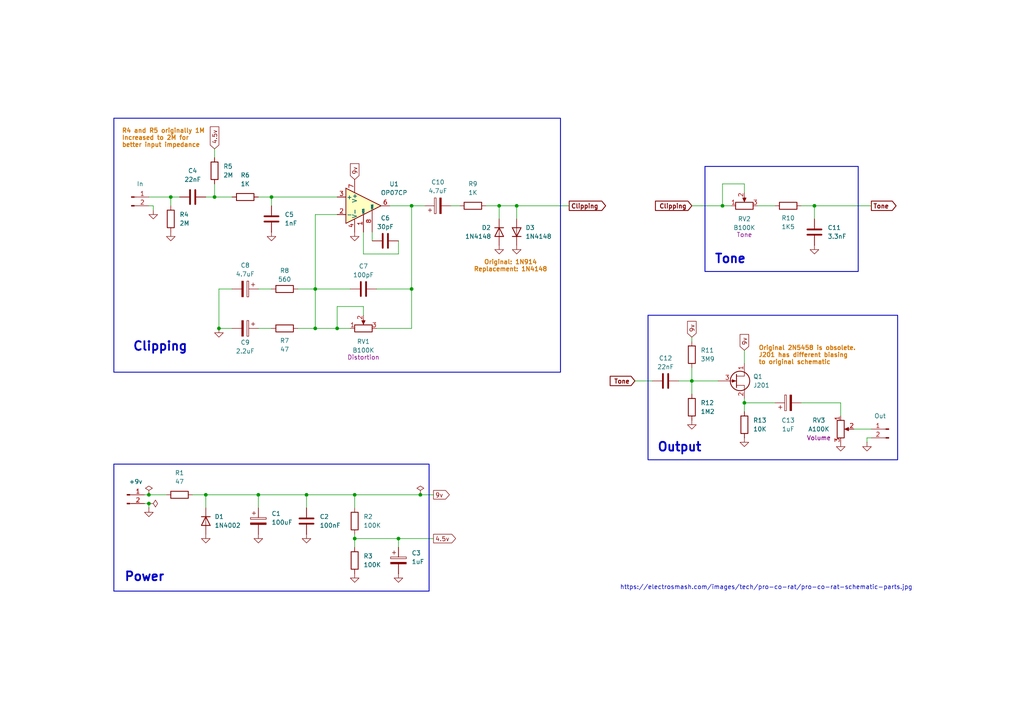
<source format=kicad_sch>
(kicad_sch
	(version 20231120)
	(generator "eeschema")
	(generator_version "8.0")
	(uuid "07b848fe-c4bf-45b3-8df6-1d38cc3d1de0")
	(paper "A4")
	(lib_symbols
		(symbol "Amplifier_Operational:OP07"
			(pin_names
				(offset 0.127)
			)
			(exclude_from_sim no)
			(in_bom yes)
			(on_board yes)
			(property "Reference" "U"
				(at 1.27 6.35 0)
				(effects
					(font
						(size 1.27 1.27)
					)
					(justify left)
				)
			)
			(property "Value" "OP07"
				(at 1.27 3.81 0)
				(effects
					(font
						(size 1.27 1.27)
					)
					(justify left)
				)
			)
			(property "Footprint" ""
				(at 1.27 1.27 0)
				(effects
					(font
						(size 1.27 1.27)
					)
					(hide yes)
				)
			)
			(property "Datasheet" "https://www.analog.com/media/en/technical-documentation/data-sheets/OP07.pdf"
				(at 1.27 3.81 0)
				(effects
					(font
						(size 1.27 1.27)
					)
					(hide yes)
				)
			)
			(property "Description" "Single Ultra-Low Offset Voltage Operational Amplifier, DIP-8/SOIC-8"
				(at 0 0 0)
				(effects
					(font
						(size 1.27 1.27)
					)
					(hide yes)
				)
			)
			(property "ki_keywords" "single opamp"
				(at 0 0 0)
				(effects
					(font
						(size 1.27 1.27)
					)
					(hide yes)
				)
			)
			(property "ki_fp_filters" "DIP*W7.62mm* SOIC*3.9x4.9mm*P1.27mm* TO*99*"
				(at 0 0 0)
				(effects
					(font
						(size 1.27 1.27)
					)
					(hide yes)
				)
			)
			(symbol "OP07_0_1"
				(polyline
					(pts
						(xy -5.08 5.08) (xy 5.08 0) (xy -5.08 -5.08) (xy -5.08 5.08)
					)
					(stroke
						(width 0.254)
						(type default)
					)
					(fill
						(type background)
					)
				)
			)
			(symbol "OP07_1_1"
				(pin input line
					(at 0 -7.62 90)
					(length 5.08)
					(name "VOS"
						(effects
							(font
								(size 0.508 0.508)
							)
						)
					)
					(number "1"
						(effects
							(font
								(size 1.27 1.27)
							)
						)
					)
				)
				(pin input line
					(at -7.62 -2.54 0)
					(length 2.54)
					(name "-"
						(effects
							(font
								(size 1.27 1.27)
							)
						)
					)
					(number "2"
						(effects
							(font
								(size 1.27 1.27)
							)
						)
					)
				)
				(pin input line
					(at -7.62 2.54 0)
					(length 2.54)
					(name "+"
						(effects
							(font
								(size 1.27 1.27)
							)
						)
					)
					(number "3"
						(effects
							(font
								(size 1.27 1.27)
							)
						)
					)
				)
				(pin power_in line
					(at -2.54 -7.62 90)
					(length 3.81)
					(name "V-"
						(effects
							(font
								(size 1.27 1.27)
							)
						)
					)
					(number "4"
						(effects
							(font
								(size 1.27 1.27)
							)
						)
					)
				)
				(pin no_connect line
					(at 0 2.54 270)
					(length 2.54) hide
					(name "NC"
						(effects
							(font
								(size 1.27 1.27)
							)
						)
					)
					(number "5"
						(effects
							(font
								(size 1.27 1.27)
							)
						)
					)
				)
				(pin output line
					(at 7.62 0 180)
					(length 2.54)
					(name "~"
						(effects
							(font
								(size 1.27 1.27)
							)
						)
					)
					(number "6"
						(effects
							(font
								(size 1.27 1.27)
							)
						)
					)
				)
				(pin power_in line
					(at -2.54 7.62 270)
					(length 3.81)
					(name "V+"
						(effects
							(font
								(size 1.27 1.27)
							)
						)
					)
					(number "7"
						(effects
							(font
								(size 1.27 1.27)
							)
						)
					)
				)
				(pin input line
					(at 2.54 -7.62 90)
					(length 6.35)
					(name "VOS"
						(effects
							(font
								(size 0.508 0.508)
							)
						)
					)
					(number "8"
						(effects
							(font
								(size 1.27 1.27)
							)
						)
					)
				)
			)
		)
		(symbol "Connector:Conn_01x02_Pin"
			(pin_names
				(offset 1.016) hide)
			(exclude_from_sim no)
			(in_bom yes)
			(on_board yes)
			(property "Reference" "J"
				(at 0 2.54 0)
				(effects
					(font
						(size 1.27 1.27)
					)
				)
			)
			(property "Value" "Conn_01x02_Pin"
				(at 0 -5.08 0)
				(effects
					(font
						(size 1.27 1.27)
					)
				)
			)
			(property "Footprint" ""
				(at 0 0 0)
				(effects
					(font
						(size 1.27 1.27)
					)
					(hide yes)
				)
			)
			(property "Datasheet" "~"
				(at 0 0 0)
				(effects
					(font
						(size 1.27 1.27)
					)
					(hide yes)
				)
			)
			(property "Description" "Generic connector, single row, 01x02, script generated"
				(at 0 0 0)
				(effects
					(font
						(size 1.27 1.27)
					)
					(hide yes)
				)
			)
			(property "ki_locked" ""
				(at 0 0 0)
				(effects
					(font
						(size 1.27 1.27)
					)
				)
			)
			(property "ki_keywords" "connector"
				(at 0 0 0)
				(effects
					(font
						(size 1.27 1.27)
					)
					(hide yes)
				)
			)
			(property "ki_fp_filters" "Connector*:*_1x??_*"
				(at 0 0 0)
				(effects
					(font
						(size 1.27 1.27)
					)
					(hide yes)
				)
			)
			(symbol "Conn_01x02_Pin_1_1"
				(polyline
					(pts
						(xy 1.27 -2.54) (xy 0.8636 -2.54)
					)
					(stroke
						(width 0.1524)
						(type default)
					)
					(fill
						(type none)
					)
				)
				(polyline
					(pts
						(xy 1.27 0) (xy 0.8636 0)
					)
					(stroke
						(width 0.1524)
						(type default)
					)
					(fill
						(type none)
					)
				)
				(rectangle
					(start 0.8636 -2.413)
					(end 0 -2.667)
					(stroke
						(width 0.1524)
						(type default)
					)
					(fill
						(type outline)
					)
				)
				(rectangle
					(start 0.8636 0.127)
					(end 0 -0.127)
					(stroke
						(width 0.1524)
						(type default)
					)
					(fill
						(type outline)
					)
				)
				(pin passive line
					(at 5.08 0 180)
					(length 3.81)
					(name "Pin_1"
						(effects
							(font
								(size 1.27 1.27)
							)
						)
					)
					(number "1"
						(effects
							(font
								(size 1.27 1.27)
							)
						)
					)
				)
				(pin passive line
					(at 5.08 -2.54 180)
					(length 3.81)
					(name "Pin_2"
						(effects
							(font
								(size 1.27 1.27)
							)
						)
					)
					(number "2"
						(effects
							(font
								(size 1.27 1.27)
							)
						)
					)
				)
			)
		)
		(symbol "Device:C"
			(pin_numbers hide)
			(pin_names
				(offset 0.254)
			)
			(exclude_from_sim no)
			(in_bom yes)
			(on_board yes)
			(property "Reference" "C"
				(at 0.635 2.54 0)
				(effects
					(font
						(size 1.27 1.27)
					)
					(justify left)
				)
			)
			(property "Value" "C"
				(at 0.635 -2.54 0)
				(effects
					(font
						(size 1.27 1.27)
					)
					(justify left)
				)
			)
			(property "Footprint" ""
				(at 0.9652 -3.81 0)
				(effects
					(font
						(size 1.27 1.27)
					)
					(hide yes)
				)
			)
			(property "Datasheet" "~"
				(at 0 0 0)
				(effects
					(font
						(size 1.27 1.27)
					)
					(hide yes)
				)
			)
			(property "Description" "Unpolarized capacitor"
				(at 0 0 0)
				(effects
					(font
						(size 1.27 1.27)
					)
					(hide yes)
				)
			)
			(property "ki_keywords" "cap capacitor"
				(at 0 0 0)
				(effects
					(font
						(size 1.27 1.27)
					)
					(hide yes)
				)
			)
			(property "ki_fp_filters" "C_*"
				(at 0 0 0)
				(effects
					(font
						(size 1.27 1.27)
					)
					(hide yes)
				)
			)
			(symbol "C_0_1"
				(polyline
					(pts
						(xy -2.032 -0.762) (xy 2.032 -0.762)
					)
					(stroke
						(width 0.508)
						(type default)
					)
					(fill
						(type none)
					)
				)
				(polyline
					(pts
						(xy -2.032 0.762) (xy 2.032 0.762)
					)
					(stroke
						(width 0.508)
						(type default)
					)
					(fill
						(type none)
					)
				)
			)
			(symbol "C_1_1"
				(pin passive line
					(at 0 3.81 270)
					(length 2.794)
					(name "~"
						(effects
							(font
								(size 1.27 1.27)
							)
						)
					)
					(number "1"
						(effects
							(font
								(size 1.27 1.27)
							)
						)
					)
				)
				(pin passive line
					(at 0 -3.81 90)
					(length 2.794)
					(name "~"
						(effects
							(font
								(size 1.27 1.27)
							)
						)
					)
					(number "2"
						(effects
							(font
								(size 1.27 1.27)
							)
						)
					)
				)
			)
		)
		(symbol "Device:C_Polarized"
			(pin_numbers hide)
			(pin_names
				(offset 0.254)
			)
			(exclude_from_sim no)
			(in_bom yes)
			(on_board yes)
			(property "Reference" "C"
				(at 0.635 2.54 0)
				(effects
					(font
						(size 1.27 1.27)
					)
					(justify left)
				)
			)
			(property "Value" "C_Polarized"
				(at 0.635 -2.54 0)
				(effects
					(font
						(size 1.27 1.27)
					)
					(justify left)
				)
			)
			(property "Footprint" ""
				(at 0.9652 -3.81 0)
				(effects
					(font
						(size 1.27 1.27)
					)
					(hide yes)
				)
			)
			(property "Datasheet" "~"
				(at 0 0 0)
				(effects
					(font
						(size 1.27 1.27)
					)
					(hide yes)
				)
			)
			(property "Description" "Polarized capacitor"
				(at 0 0 0)
				(effects
					(font
						(size 1.27 1.27)
					)
					(hide yes)
				)
			)
			(property "ki_keywords" "cap capacitor"
				(at 0 0 0)
				(effects
					(font
						(size 1.27 1.27)
					)
					(hide yes)
				)
			)
			(property "ki_fp_filters" "CP_*"
				(at 0 0 0)
				(effects
					(font
						(size 1.27 1.27)
					)
					(hide yes)
				)
			)
			(symbol "C_Polarized_0_1"
				(rectangle
					(start -2.286 0.508)
					(end 2.286 1.016)
					(stroke
						(width 0)
						(type default)
					)
					(fill
						(type none)
					)
				)
				(polyline
					(pts
						(xy -1.778 2.286) (xy -0.762 2.286)
					)
					(stroke
						(width 0)
						(type default)
					)
					(fill
						(type none)
					)
				)
				(polyline
					(pts
						(xy -1.27 2.794) (xy -1.27 1.778)
					)
					(stroke
						(width 0)
						(type default)
					)
					(fill
						(type none)
					)
				)
				(rectangle
					(start 2.286 -0.508)
					(end -2.286 -1.016)
					(stroke
						(width 0)
						(type default)
					)
					(fill
						(type outline)
					)
				)
			)
			(symbol "C_Polarized_1_1"
				(pin passive line
					(at 0 3.81 270)
					(length 2.794)
					(name "~"
						(effects
							(font
								(size 1.27 1.27)
							)
						)
					)
					(number "1"
						(effects
							(font
								(size 1.27 1.27)
							)
						)
					)
				)
				(pin passive line
					(at 0 -3.81 90)
					(length 2.794)
					(name "~"
						(effects
							(font
								(size 1.27 1.27)
							)
						)
					)
					(number "2"
						(effects
							(font
								(size 1.27 1.27)
							)
						)
					)
				)
			)
		)
		(symbol "Device:D"
			(pin_numbers hide)
			(pin_names
				(offset 1.016) hide)
			(exclude_from_sim no)
			(in_bom yes)
			(on_board yes)
			(property "Reference" "D"
				(at 0 2.54 0)
				(effects
					(font
						(size 1.27 1.27)
					)
				)
			)
			(property "Value" "D"
				(at 0 -2.54 0)
				(effects
					(font
						(size 1.27 1.27)
					)
				)
			)
			(property "Footprint" ""
				(at 0 0 0)
				(effects
					(font
						(size 1.27 1.27)
					)
					(hide yes)
				)
			)
			(property "Datasheet" "~"
				(at 0 0 0)
				(effects
					(font
						(size 1.27 1.27)
					)
					(hide yes)
				)
			)
			(property "Description" "Diode"
				(at 0 0 0)
				(effects
					(font
						(size 1.27 1.27)
					)
					(hide yes)
				)
			)
			(property "Sim.Device" "D"
				(at 0 0 0)
				(effects
					(font
						(size 1.27 1.27)
					)
					(hide yes)
				)
			)
			(property "Sim.Pins" "1=K 2=A"
				(at 0 0 0)
				(effects
					(font
						(size 1.27 1.27)
					)
					(hide yes)
				)
			)
			(property "ki_keywords" "diode"
				(at 0 0 0)
				(effects
					(font
						(size 1.27 1.27)
					)
					(hide yes)
				)
			)
			(property "ki_fp_filters" "TO-???* *_Diode_* *SingleDiode* D_*"
				(at 0 0 0)
				(effects
					(font
						(size 1.27 1.27)
					)
					(hide yes)
				)
			)
			(symbol "D_0_1"
				(polyline
					(pts
						(xy -1.27 1.27) (xy -1.27 -1.27)
					)
					(stroke
						(width 0.254)
						(type default)
					)
					(fill
						(type none)
					)
				)
				(polyline
					(pts
						(xy 1.27 0) (xy -1.27 0)
					)
					(stroke
						(width 0)
						(type default)
					)
					(fill
						(type none)
					)
				)
				(polyline
					(pts
						(xy 1.27 1.27) (xy 1.27 -1.27) (xy -1.27 0) (xy 1.27 1.27)
					)
					(stroke
						(width 0.254)
						(type default)
					)
					(fill
						(type none)
					)
				)
			)
			(symbol "D_1_1"
				(pin passive line
					(at -3.81 0 0)
					(length 2.54)
					(name "K"
						(effects
							(font
								(size 1.27 1.27)
							)
						)
					)
					(number "1"
						(effects
							(font
								(size 1.27 1.27)
							)
						)
					)
				)
				(pin passive line
					(at 3.81 0 180)
					(length 2.54)
					(name "A"
						(effects
							(font
								(size 1.27 1.27)
							)
						)
					)
					(number "2"
						(effects
							(font
								(size 1.27 1.27)
							)
						)
					)
				)
			)
		)
		(symbol "Device:Q_NJFET_DSG"
			(pin_names
				(offset 0) hide)
			(exclude_from_sim no)
			(in_bom yes)
			(on_board yes)
			(property "Reference" "Q"
				(at 5.08 1.27 0)
				(effects
					(font
						(size 1.27 1.27)
					)
					(justify left)
				)
			)
			(property "Value" "Q_NJFET_DSG"
				(at 5.08 -1.27 0)
				(effects
					(font
						(size 1.27 1.27)
					)
					(justify left)
				)
			)
			(property "Footprint" ""
				(at 5.08 2.54 0)
				(effects
					(font
						(size 1.27 1.27)
					)
					(hide yes)
				)
			)
			(property "Datasheet" "~"
				(at 0 0 0)
				(effects
					(font
						(size 1.27 1.27)
					)
					(hide yes)
				)
			)
			(property "Description" "N-JFET transistor, drain/source/gate"
				(at 0 0 0)
				(effects
					(font
						(size 1.27 1.27)
					)
					(hide yes)
				)
			)
			(property "ki_keywords" "transistor NJFET N-JFET"
				(at 0 0 0)
				(effects
					(font
						(size 1.27 1.27)
					)
					(hide yes)
				)
			)
			(symbol "Q_NJFET_DSG_0_1"
				(polyline
					(pts
						(xy 0.254 1.905) (xy 0.254 -1.905) (xy 0.254 -1.905)
					)
					(stroke
						(width 0.254)
						(type default)
					)
					(fill
						(type none)
					)
				)
				(polyline
					(pts
						(xy 2.54 -2.54) (xy 2.54 -1.27) (xy 0.254 -1.27)
					)
					(stroke
						(width 0)
						(type default)
					)
					(fill
						(type none)
					)
				)
				(polyline
					(pts
						(xy 2.54 2.54) (xy 2.54 1.397) (xy 0.254 1.397)
					)
					(stroke
						(width 0)
						(type default)
					)
					(fill
						(type none)
					)
				)
				(polyline
					(pts
						(xy 0 0) (xy -1.016 0.381) (xy -1.016 -0.381) (xy 0 0)
					)
					(stroke
						(width 0)
						(type default)
					)
					(fill
						(type outline)
					)
				)
				(circle
					(center 1.27 0)
					(radius 2.8194)
					(stroke
						(width 0.254)
						(type default)
					)
					(fill
						(type none)
					)
				)
			)
			(symbol "Q_NJFET_DSG_1_1"
				(pin passive line
					(at 2.54 5.08 270)
					(length 2.54)
					(name "D"
						(effects
							(font
								(size 1.27 1.27)
							)
						)
					)
					(number "1"
						(effects
							(font
								(size 1.27 1.27)
							)
						)
					)
				)
				(pin passive line
					(at 2.54 -5.08 90)
					(length 2.54)
					(name "S"
						(effects
							(font
								(size 1.27 1.27)
							)
						)
					)
					(number "2"
						(effects
							(font
								(size 1.27 1.27)
							)
						)
					)
				)
				(pin input line
					(at -5.08 0 0)
					(length 5.334)
					(name "G"
						(effects
							(font
								(size 1.27 1.27)
							)
						)
					)
					(number "3"
						(effects
							(font
								(size 1.27 1.27)
							)
						)
					)
				)
			)
		)
		(symbol "Device:R"
			(pin_numbers hide)
			(pin_names
				(offset 0)
			)
			(exclude_from_sim no)
			(in_bom yes)
			(on_board yes)
			(property "Reference" "R"
				(at 2.032 0 90)
				(effects
					(font
						(size 1.27 1.27)
					)
				)
			)
			(property "Value" "R"
				(at 0 0 90)
				(effects
					(font
						(size 1.27 1.27)
					)
				)
			)
			(property "Footprint" ""
				(at -1.778 0 90)
				(effects
					(font
						(size 1.27 1.27)
					)
					(hide yes)
				)
			)
			(property "Datasheet" "~"
				(at 0 0 0)
				(effects
					(font
						(size 1.27 1.27)
					)
					(hide yes)
				)
			)
			(property "Description" "Resistor"
				(at 0 0 0)
				(effects
					(font
						(size 1.27 1.27)
					)
					(hide yes)
				)
			)
			(property "ki_keywords" "R res resistor"
				(at 0 0 0)
				(effects
					(font
						(size 1.27 1.27)
					)
					(hide yes)
				)
			)
			(property "ki_fp_filters" "R_*"
				(at 0 0 0)
				(effects
					(font
						(size 1.27 1.27)
					)
					(hide yes)
				)
			)
			(symbol "R_0_1"
				(rectangle
					(start -1.016 -2.54)
					(end 1.016 2.54)
					(stroke
						(width 0.254)
						(type default)
					)
					(fill
						(type none)
					)
				)
			)
			(symbol "R_1_1"
				(pin passive line
					(at 0 3.81 270)
					(length 1.27)
					(name "~"
						(effects
							(font
								(size 1.27 1.27)
							)
						)
					)
					(number "1"
						(effects
							(font
								(size 1.27 1.27)
							)
						)
					)
				)
				(pin passive line
					(at 0 -3.81 90)
					(length 1.27)
					(name "~"
						(effects
							(font
								(size 1.27 1.27)
							)
						)
					)
					(number "2"
						(effects
							(font
								(size 1.27 1.27)
							)
						)
					)
				)
			)
		)
		(symbol "Device:R_Potentiometer"
			(pin_names
				(offset 1.016) hide)
			(exclude_from_sim no)
			(in_bom yes)
			(on_board yes)
			(property "Reference" "RV"
				(at -4.445 0 90)
				(effects
					(font
						(size 1.27 1.27)
					)
				)
			)
			(property "Value" "R_Potentiometer"
				(at -2.54 0 90)
				(effects
					(font
						(size 1.27 1.27)
					)
				)
			)
			(property "Footprint" ""
				(at 0 0 0)
				(effects
					(font
						(size 1.27 1.27)
					)
					(hide yes)
				)
			)
			(property "Datasheet" "~"
				(at 0 0 0)
				(effects
					(font
						(size 1.27 1.27)
					)
					(hide yes)
				)
			)
			(property "Description" "Potentiometer"
				(at 0 0 0)
				(effects
					(font
						(size 1.27 1.27)
					)
					(hide yes)
				)
			)
			(property "ki_keywords" "resistor variable"
				(at 0 0 0)
				(effects
					(font
						(size 1.27 1.27)
					)
					(hide yes)
				)
			)
			(property "ki_fp_filters" "Potentiometer*"
				(at 0 0 0)
				(effects
					(font
						(size 1.27 1.27)
					)
					(hide yes)
				)
			)
			(symbol "R_Potentiometer_0_1"
				(polyline
					(pts
						(xy 2.54 0) (xy 1.524 0)
					)
					(stroke
						(width 0)
						(type default)
					)
					(fill
						(type none)
					)
				)
				(polyline
					(pts
						(xy 1.143 0) (xy 2.286 0.508) (xy 2.286 -0.508) (xy 1.143 0)
					)
					(stroke
						(width 0)
						(type default)
					)
					(fill
						(type outline)
					)
				)
				(rectangle
					(start 1.016 2.54)
					(end -1.016 -2.54)
					(stroke
						(width 0.254)
						(type default)
					)
					(fill
						(type none)
					)
				)
			)
			(symbol "R_Potentiometer_1_1"
				(pin passive line
					(at 0 3.81 270)
					(length 1.27)
					(name "1"
						(effects
							(font
								(size 1.27 1.27)
							)
						)
					)
					(number "1"
						(effects
							(font
								(size 1.27 1.27)
							)
						)
					)
				)
				(pin passive line
					(at 3.81 0 180)
					(length 1.27)
					(name "2"
						(effects
							(font
								(size 1.27 1.27)
							)
						)
					)
					(number "2"
						(effects
							(font
								(size 1.27 1.27)
							)
						)
					)
				)
				(pin passive line
					(at 0 -3.81 90)
					(length 1.27)
					(name "3"
						(effects
							(font
								(size 1.27 1.27)
							)
						)
					)
					(number "3"
						(effects
							(font
								(size 1.27 1.27)
							)
						)
					)
				)
			)
		)
		(symbol "power:GND"
			(power)
			(pin_numbers hide)
			(pin_names
				(offset 0) hide)
			(exclude_from_sim no)
			(in_bom yes)
			(on_board yes)
			(property "Reference" "#PWR"
				(at 0 -6.35 0)
				(effects
					(font
						(size 1.27 1.27)
					)
					(hide yes)
				)
			)
			(property "Value" "GND"
				(at 0 -3.81 0)
				(effects
					(font
						(size 1.27 1.27)
					)
				)
			)
			(property "Footprint" ""
				(at 0 0 0)
				(effects
					(font
						(size 1.27 1.27)
					)
					(hide yes)
				)
			)
			(property "Datasheet" ""
				(at 0 0 0)
				(effects
					(font
						(size 1.27 1.27)
					)
					(hide yes)
				)
			)
			(property "Description" "Power symbol creates a global label with name \"GND\" , ground"
				(at 0 0 0)
				(effects
					(font
						(size 1.27 1.27)
					)
					(hide yes)
				)
			)
			(property "ki_keywords" "global power"
				(at 0 0 0)
				(effects
					(font
						(size 1.27 1.27)
					)
					(hide yes)
				)
			)
			(symbol "GND_0_1"
				(polyline
					(pts
						(xy 0 0) (xy 0 -1.27) (xy 1.27 -1.27) (xy 0 -2.54) (xy -1.27 -1.27) (xy 0 -1.27)
					)
					(stroke
						(width 0)
						(type default)
					)
					(fill
						(type none)
					)
				)
			)
			(symbol "GND_1_1"
				(pin power_in line
					(at 0 0 270)
					(length 0)
					(name "~"
						(effects
							(font
								(size 1.27 1.27)
							)
						)
					)
					(number "1"
						(effects
							(font
								(size 1.27 1.27)
							)
						)
					)
				)
			)
		)
		(symbol "power:PWR_FLAG"
			(power)
			(pin_numbers hide)
			(pin_names
				(offset 0) hide)
			(exclude_from_sim no)
			(in_bom yes)
			(on_board yes)
			(property "Reference" "#FLG"
				(at 0 1.905 0)
				(effects
					(font
						(size 1.27 1.27)
					)
					(hide yes)
				)
			)
			(property "Value" "PWR_FLAG"
				(at 0 3.81 0)
				(effects
					(font
						(size 1.27 1.27)
					)
				)
			)
			(property "Footprint" ""
				(at 0 0 0)
				(effects
					(font
						(size 1.27 1.27)
					)
					(hide yes)
				)
			)
			(property "Datasheet" "~"
				(at 0 0 0)
				(effects
					(font
						(size 1.27 1.27)
					)
					(hide yes)
				)
			)
			(property "Description" "Special symbol for telling ERC where power comes from"
				(at 0 0 0)
				(effects
					(font
						(size 1.27 1.27)
					)
					(hide yes)
				)
			)
			(property "ki_keywords" "flag power"
				(at 0 0 0)
				(effects
					(font
						(size 1.27 1.27)
					)
					(hide yes)
				)
			)
			(symbol "PWR_FLAG_0_0"
				(pin power_out line
					(at 0 0 90)
					(length 0)
					(name "~"
						(effects
							(font
								(size 1.27 1.27)
							)
						)
					)
					(number "1"
						(effects
							(font
								(size 1.27 1.27)
							)
						)
					)
				)
			)
			(symbol "PWR_FLAG_0_1"
				(polyline
					(pts
						(xy 0 0) (xy 0 1.27) (xy -1.016 1.905) (xy 0 2.54) (xy 1.016 1.905) (xy 0 1.27)
					)
					(stroke
						(width 0)
						(type default)
					)
					(fill
						(type none)
					)
				)
			)
		)
	)
	(junction
		(at 78.74 57.15)
		(diameter 0)
		(color 0 0 0 0)
		(uuid "0d03cc4f-4bef-4669-aa62-0a880e33babe")
	)
	(junction
		(at 102.87 143.51)
		(diameter 0)
		(color 0 0 0 0)
		(uuid "18b47e65-c467-4c11-9848-bfa825427a1d")
	)
	(junction
		(at 91.44 95.25)
		(diameter 0)
		(color 0 0 0 0)
		(uuid "1de3b795-455d-4c3a-a6c8-9ea2b055bd22")
	)
	(junction
		(at 88.9 143.51)
		(diameter 0)
		(color 0 0 0 0)
		(uuid "2ae8b93b-73c8-494b-a276-4cc68c60e6f7")
	)
	(junction
		(at 236.22 59.69)
		(diameter 0)
		(color 0 0 0 0)
		(uuid "2f2d95ff-4944-4f61-93ed-e06faaaafc40")
	)
	(junction
		(at 119.38 59.69)
		(diameter 0)
		(color 0 0 0 0)
		(uuid "33613f5f-3404-444c-ad08-b63bcbdebb98")
	)
	(junction
		(at 149.86 59.69)
		(diameter 0)
		(color 0 0 0 0)
		(uuid "3d317fcb-accd-4101-9152-d0ee92b2cc6e")
	)
	(junction
		(at 121.92 143.51)
		(diameter 0)
		(color 0 0 0 0)
		(uuid "5fe01336-acd4-4bbb-b98b-16214ad3260e")
	)
	(junction
		(at 62.23 57.15)
		(diameter 0)
		(color 0 0 0 0)
		(uuid "6b82482b-dd8e-4192-b064-84cb0eab1242")
	)
	(junction
		(at 102.87 156.21)
		(diameter 0)
		(color 0 0 0 0)
		(uuid "738e8b30-3261-4afe-9202-3fc9e2722b01")
	)
	(junction
		(at 91.44 83.82)
		(diameter 0)
		(color 0 0 0 0)
		(uuid "73a5f545-8700-437a-939a-2d89193912df")
	)
	(junction
		(at 115.57 156.21)
		(diameter 0)
		(color 0 0 0 0)
		(uuid "8266336c-8c45-49c4-bb9f-8b7e806dbab0")
	)
	(junction
		(at 49.53 57.15)
		(diameter 0)
		(color 0 0 0 0)
		(uuid "8fda35d0-e2d1-4cf1-a4ec-300161621f47")
	)
	(junction
		(at 209.55 59.69)
		(diameter 0)
		(color 0 0 0 0)
		(uuid "9947e8f9-b22e-49e5-8d80-20e35904feb9")
	)
	(junction
		(at 59.69 143.51)
		(diameter 0)
		(color 0 0 0 0)
		(uuid "9ea0576e-32d8-47b9-8242-8b5784b21158")
	)
	(junction
		(at 63.5 95.25)
		(diameter 0)
		(color 0 0 0 0)
		(uuid "b7231118-8661-4f10-b085-28792fa7e97d")
	)
	(junction
		(at 144.78 59.69)
		(diameter 0)
		(color 0 0 0 0)
		(uuid "b92ccdba-a68d-49ee-b261-0430377b0b08")
	)
	(junction
		(at 43.18 143.51)
		(diameter 0)
		(color 0 0 0 0)
		(uuid "c36b2452-690b-4e52-b349-87993af80467")
	)
	(junction
		(at 119.38 83.82)
		(diameter 0)
		(color 0 0 0 0)
		(uuid "c43f1ec4-cd78-4ad6-8474-38e844c15fea")
	)
	(junction
		(at 97.79 95.25)
		(diameter 0)
		(color 0 0 0 0)
		(uuid "c7f15cb2-0a72-4aba-a82f-77cd0b3ba8ae")
	)
	(junction
		(at 215.9 116.84)
		(diameter 0)
		(color 0 0 0 0)
		(uuid "f5c0ceb6-a42b-46fc-9a4b-f77a2d2de2e8")
	)
	(junction
		(at 200.66 110.49)
		(diameter 0)
		(color 0 0 0 0)
		(uuid "f7992463-c2af-414d-bff3-d51f9510da8f")
	)
	(junction
		(at 74.93 143.51)
		(diameter 0)
		(color 0 0 0 0)
		(uuid "f8ff6e29-fa03-4cd8-8bbb-4fc05ed41fc9")
	)
	(junction
		(at 43.18 146.05)
		(diameter 0)
		(color 0 0 0 0)
		(uuid "fed4670f-d602-4920-b232-4fb66311ff3e")
	)
	(wire
		(pts
			(xy 88.9 143.51) (xy 74.93 143.51)
		)
		(stroke
			(width 0)
			(type default)
		)
		(uuid "02bfdec9-9ad0-4f9a-97c6-af08dc59e9a8")
	)
	(wire
		(pts
			(xy 74.93 57.15) (xy 78.74 57.15)
		)
		(stroke
			(width 0)
			(type default)
		)
		(uuid "0392a3a3-694c-4919-b207-54b49b867772")
	)
	(wire
		(pts
			(xy 215.9 53.34) (xy 209.55 53.34)
		)
		(stroke
			(width 0)
			(type default)
		)
		(uuid "05ad5aa8-847c-46d2-9208-bfd4cb82ee5c")
	)
	(wire
		(pts
			(xy 119.38 83.82) (xy 119.38 59.69)
		)
		(stroke
			(width 0)
			(type default)
		)
		(uuid "0a55ee56-e3fe-4c11-ba24-c9e31190fe2a")
	)
	(wire
		(pts
			(xy 144.78 59.69) (xy 140.97 59.69)
		)
		(stroke
			(width 0)
			(type default)
		)
		(uuid "0e104722-1ec3-4de8-b33b-49c5efca084e")
	)
	(wire
		(pts
			(xy 105.41 91.44) (xy 105.41 88.9)
		)
		(stroke
			(width 0)
			(type default)
		)
		(uuid "108813de-153c-4649-acf8-5fb276c74bef")
	)
	(wire
		(pts
			(xy 200.66 110.49) (xy 196.85 110.49)
		)
		(stroke
			(width 0)
			(type default)
		)
		(uuid "12305a99-ce09-4311-bb16-dd58fac57a6a")
	)
	(wire
		(pts
			(xy 232.41 116.84) (xy 243.84 116.84)
		)
		(stroke
			(width 0)
			(type default)
		)
		(uuid "15d83880-94af-4d1b-94a8-dc92a3425442")
	)
	(wire
		(pts
			(xy 67.31 83.82) (xy 63.5 83.82)
		)
		(stroke
			(width 0)
			(type default)
		)
		(uuid "1c78ba03-cc52-46a3-bb0c-0e4f0c1c680b")
	)
	(wire
		(pts
			(xy 44.45 59.69) (xy 43.18 59.69)
		)
		(stroke
			(width 0)
			(type default)
		)
		(uuid "1da7f3fb-fdda-4d3d-9a15-38a2d3f127ef")
	)
	(wire
		(pts
			(xy 215.9 116.84) (xy 224.79 116.84)
		)
		(stroke
			(width 0)
			(type default)
		)
		(uuid "1e3f5323-02d1-4915-88f3-bac146dc3603")
	)
	(wire
		(pts
			(xy 43.18 143.51) (xy 48.26 143.51)
		)
		(stroke
			(width 0)
			(type default)
		)
		(uuid "1f579b2f-69ed-45f3-b0b7-448f9f4b5182")
	)
	(wire
		(pts
			(xy 43.18 57.15) (xy 49.53 57.15)
		)
		(stroke
			(width 0)
			(type default)
		)
		(uuid "2118094d-5c79-4524-a029-dc00f63b07b5")
	)
	(wire
		(pts
			(xy 209.55 53.34) (xy 209.55 59.69)
		)
		(stroke
			(width 0)
			(type default)
		)
		(uuid "216f3669-d854-4961-a62b-d283e6f812ec")
	)
	(wire
		(pts
			(xy 102.87 143.51) (xy 88.9 143.51)
		)
		(stroke
			(width 0)
			(type default)
		)
		(uuid "29176389-43cc-40f1-8450-6accf1729f38")
	)
	(wire
		(pts
			(xy 107.95 69.85) (xy 107.95 67.31)
		)
		(stroke
			(width 0)
			(type default)
		)
		(uuid "2a75d15c-8e7f-445d-a252-3fc198c0f986")
	)
	(wire
		(pts
			(xy 121.92 143.51) (xy 125.73 143.51)
		)
		(stroke
			(width 0)
			(type default)
		)
		(uuid "2ac91e59-a26e-46fc-84bd-04e6c09236d0")
	)
	(wire
		(pts
			(xy 119.38 95.25) (xy 119.38 83.82)
		)
		(stroke
			(width 0)
			(type default)
		)
		(uuid "2f3028fa-4c6d-4960-a181-497e1aafa45f")
	)
	(wire
		(pts
			(xy 236.22 63.5) (xy 236.22 59.69)
		)
		(stroke
			(width 0)
			(type default)
		)
		(uuid "319811fd-e9c7-4458-a4bc-26ffa9bd8bbf")
	)
	(wire
		(pts
			(xy 184.15 110.49) (xy 189.23 110.49)
		)
		(stroke
			(width 0)
			(type default)
		)
		(uuid "32467147-f8f0-4e03-876e-3ef1f525cc25")
	)
	(wire
		(pts
			(xy 209.55 59.69) (xy 212.09 59.69)
		)
		(stroke
			(width 0)
			(type default)
		)
		(uuid "3de702d9-6462-4abd-8db5-eff69e542416")
	)
	(wire
		(pts
			(xy 215.9 115.57) (xy 215.9 116.84)
		)
		(stroke
			(width 0)
			(type default)
		)
		(uuid "42b5bfcb-2447-4ab6-92af-2c8744e47e28")
	)
	(wire
		(pts
			(xy 130.81 59.69) (xy 133.35 59.69)
		)
		(stroke
			(width 0)
			(type default)
		)
		(uuid "42fdc450-d513-47dc-b28a-caa7ed245714")
	)
	(wire
		(pts
			(xy 102.87 154.94) (xy 102.87 156.21)
		)
		(stroke
			(width 0)
			(type default)
		)
		(uuid "434b712a-25bd-4201-8f00-aa6b047c3d6c")
	)
	(wire
		(pts
			(xy 102.87 156.21) (xy 102.87 158.75)
		)
		(stroke
			(width 0)
			(type default)
		)
		(uuid "43837c3d-cb9f-4d7b-b6ff-227b4ec2bb0f")
	)
	(wire
		(pts
			(xy 215.9 101.6) (xy 215.9 105.41)
		)
		(stroke
			(width 0)
			(type default)
		)
		(uuid "4589a91f-3b93-4803-9bff-c606d44557d3")
	)
	(wire
		(pts
			(xy 109.22 95.25) (xy 119.38 95.25)
		)
		(stroke
			(width 0)
			(type default)
		)
		(uuid "468e320c-ac07-4425-8e5e-21ab2565eeb8")
	)
	(wire
		(pts
			(xy 119.38 59.69) (xy 113.03 59.69)
		)
		(stroke
			(width 0)
			(type default)
		)
		(uuid "475f6fea-3b34-4e1e-81bb-0afe15cc4834")
	)
	(wire
		(pts
			(xy 41.91 143.51) (xy 43.18 143.51)
		)
		(stroke
			(width 0)
			(type default)
		)
		(uuid "534f8329-e0a5-4c6e-a527-693035124f6f")
	)
	(wire
		(pts
			(xy 236.22 59.69) (xy 232.41 59.69)
		)
		(stroke
			(width 0)
			(type default)
		)
		(uuid "537d9f65-c3c7-4ed2-9b92-fce9ed2551c9")
	)
	(wire
		(pts
			(xy 86.36 83.82) (xy 91.44 83.82)
		)
		(stroke
			(width 0)
			(type default)
		)
		(uuid "551f9c04-1591-4176-9b2b-b14c2cebd165")
	)
	(wire
		(pts
			(xy 97.79 88.9) (xy 97.79 95.25)
		)
		(stroke
			(width 0)
			(type default)
		)
		(uuid "5ab022d5-9353-4006-a94e-d660de5c4745")
	)
	(wire
		(pts
			(xy 62.23 43.18) (xy 62.23 45.72)
		)
		(stroke
			(width 0)
			(type default)
		)
		(uuid "5daaaf43-eea5-48d4-9b96-f49d865f1f0a")
	)
	(wire
		(pts
			(xy 149.86 59.69) (xy 165.1 59.69)
		)
		(stroke
			(width 0)
			(type default)
		)
		(uuid "5dfe4b9c-d917-4d68-9ce3-b9f7a8910c65")
	)
	(wire
		(pts
			(xy 251.46 127) (xy 252.73 127)
		)
		(stroke
			(width 0)
			(type default)
		)
		(uuid "5e133a35-d64a-4e79-a08c-026f4501a372")
	)
	(wire
		(pts
			(xy 149.86 63.5) (xy 149.86 59.69)
		)
		(stroke
			(width 0)
			(type default)
		)
		(uuid "63d6332b-5f1e-44d6-ab6b-73705d13f2bd")
	)
	(wire
		(pts
			(xy 62.23 57.15) (xy 67.31 57.15)
		)
		(stroke
			(width 0)
			(type default)
		)
		(uuid "65831797-ef63-48e2-9ead-7106b69a873b")
	)
	(wire
		(pts
			(xy 74.93 143.51) (xy 59.69 143.51)
		)
		(stroke
			(width 0)
			(type default)
		)
		(uuid "6860669a-f8cb-4368-85f2-86a5f9d22521")
	)
	(wire
		(pts
			(xy 243.84 120.65) (xy 243.84 116.84)
		)
		(stroke
			(width 0)
			(type default)
		)
		(uuid "6f002aea-82dc-4a1e-936d-ef6b304a2a47")
	)
	(wire
		(pts
			(xy 115.57 156.21) (xy 102.87 156.21)
		)
		(stroke
			(width 0)
			(type default)
		)
		(uuid "7044c899-553b-4559-b234-37e550766153")
	)
	(wire
		(pts
			(xy 105.41 73.66) (xy 115.57 73.66)
		)
		(stroke
			(width 0)
			(type default)
		)
		(uuid "774c74a9-5084-4175-8dbb-b201066210b4")
	)
	(wire
		(pts
			(xy 105.41 67.31) (xy 105.41 73.66)
		)
		(stroke
			(width 0)
			(type default)
		)
		(uuid "78df3012-2b0d-41ec-bb6a-3ae8894ee806")
	)
	(wire
		(pts
			(xy 74.93 95.25) (xy 78.74 95.25)
		)
		(stroke
			(width 0)
			(type default)
		)
		(uuid "7bc834f2-1c7a-4eaa-83ea-a806a52e3d4c")
	)
	(wire
		(pts
			(xy 74.93 147.32) (xy 74.93 143.51)
		)
		(stroke
			(width 0)
			(type default)
		)
		(uuid "7be2aa0e-0f30-4716-8887-1f08e32de693")
	)
	(wire
		(pts
			(xy 43.18 147.32) (xy 43.18 146.05)
		)
		(stroke
			(width 0)
			(type default)
		)
		(uuid "7e68aeba-9f1b-47f9-9b4a-e5534b7eb6d7")
	)
	(wire
		(pts
			(xy 43.18 146.05) (xy 41.91 146.05)
		)
		(stroke
			(width 0)
			(type default)
		)
		(uuid "7eee8da0-6fdf-434e-b1f4-327ab25e0057")
	)
	(wire
		(pts
			(xy 200.66 97.79) (xy 200.66 99.06)
		)
		(stroke
			(width 0)
			(type default)
		)
		(uuid "83a96a95-e62b-44fd-9439-447eef7c23e3")
	)
	(wire
		(pts
			(xy 102.87 143.51) (xy 121.92 143.51)
		)
		(stroke
			(width 0)
			(type default)
		)
		(uuid "8887cd29-0069-4b53-b1f9-3e6037318802")
	)
	(wire
		(pts
			(xy 200.66 59.69) (xy 209.55 59.69)
		)
		(stroke
			(width 0)
			(type default)
		)
		(uuid "90587d5f-50ce-4d36-b94e-0e1836a7e688")
	)
	(wire
		(pts
			(xy 219.71 59.69) (xy 224.79 59.69)
		)
		(stroke
			(width 0)
			(type default)
		)
		(uuid "9624e6ae-87f2-44f7-9347-7fedad8ce587")
	)
	(wire
		(pts
			(xy 86.36 95.25) (xy 91.44 95.25)
		)
		(stroke
			(width 0)
			(type default)
		)
		(uuid "986367a6-4ccb-4a41-8f8a-53b860eb8faf")
	)
	(wire
		(pts
			(xy 55.88 143.51) (xy 59.69 143.51)
		)
		(stroke
			(width 0)
			(type default)
		)
		(uuid "9b55e77b-30a9-476a-9003-0631942dbbdf")
	)
	(wire
		(pts
			(xy 105.41 88.9) (xy 97.79 88.9)
		)
		(stroke
			(width 0)
			(type default)
		)
		(uuid "9bd30f9e-dff0-4370-a977-3e28fbd63c7d")
	)
	(wire
		(pts
			(xy 102.87 147.32) (xy 102.87 143.51)
		)
		(stroke
			(width 0)
			(type default)
		)
		(uuid "a1ef9987-4ee6-4f09-8891-b8c89c3f274c")
	)
	(wire
		(pts
			(xy 49.53 59.69) (xy 49.53 57.15)
		)
		(stroke
			(width 0)
			(type default)
		)
		(uuid "a23ae997-aaca-427f-8053-fd49b92298a1")
	)
	(wire
		(pts
			(xy 62.23 53.34) (xy 62.23 57.15)
		)
		(stroke
			(width 0)
			(type default)
		)
		(uuid "a332a464-9595-456b-886e-e770cf43eccf")
	)
	(wire
		(pts
			(xy 119.38 59.69) (xy 123.19 59.69)
		)
		(stroke
			(width 0)
			(type default)
		)
		(uuid "a786ae7c-3223-4b9c-915c-7f9fb2cd5669")
	)
	(wire
		(pts
			(xy 78.74 59.69) (xy 78.74 57.15)
		)
		(stroke
			(width 0)
			(type default)
		)
		(uuid "a8e4cd0c-2445-450a-8e5a-5e6eb18d5900")
	)
	(wire
		(pts
			(xy 88.9 147.32) (xy 88.9 143.51)
		)
		(stroke
			(width 0)
			(type default)
		)
		(uuid "aa48cc2d-5172-41cc-95e0-43ab34277d03")
	)
	(wire
		(pts
			(xy 200.66 114.3) (xy 200.66 110.49)
		)
		(stroke
			(width 0)
			(type default)
		)
		(uuid "ab5bac73-2920-47a2-9231-59bdadae34e2")
	)
	(wire
		(pts
			(xy 63.5 83.82) (xy 63.5 95.25)
		)
		(stroke
			(width 0)
			(type default)
		)
		(uuid "b2f01e5c-d162-4ba4-b2ec-e8e91814b4cb")
	)
	(wire
		(pts
			(xy 109.22 83.82) (xy 119.38 83.82)
		)
		(stroke
			(width 0)
			(type default)
		)
		(uuid "b946256c-0f38-4a81-85e5-3647ff142dd6")
	)
	(wire
		(pts
			(xy 215.9 116.84) (xy 215.9 119.38)
		)
		(stroke
			(width 0)
			(type default)
		)
		(uuid "beda96ea-b859-4b54-af41-0834b936d163")
	)
	(wire
		(pts
			(xy 101.6 95.25) (xy 97.79 95.25)
		)
		(stroke
			(width 0)
			(type default)
		)
		(uuid "bee4300e-a9c0-4981-ae81-1f14948303ca")
	)
	(wire
		(pts
			(xy 49.53 57.15) (xy 52.07 57.15)
		)
		(stroke
			(width 0)
			(type default)
		)
		(uuid "c1206fe3-1c68-4ed2-96ee-1b1c4bc3fec0")
	)
	(wire
		(pts
			(xy 215.9 55.88) (xy 215.9 53.34)
		)
		(stroke
			(width 0)
			(type default)
		)
		(uuid "c32fcf01-f863-4c3e-8f48-6518c54e48c3")
	)
	(wire
		(pts
			(xy 144.78 63.5) (xy 144.78 59.69)
		)
		(stroke
			(width 0)
			(type default)
		)
		(uuid "c551473f-b1b1-4976-b9b0-ca5262c2ae06")
	)
	(wire
		(pts
			(xy 91.44 95.25) (xy 91.44 83.82)
		)
		(stroke
			(width 0)
			(type default)
		)
		(uuid "cd211eb1-0cff-48b1-8d93-fa2f130e05df")
	)
	(wire
		(pts
			(xy 62.23 57.15) (xy 59.69 57.15)
		)
		(stroke
			(width 0)
			(type default)
		)
		(uuid "cec7d5c2-379e-486e-bbd1-9b880d9f4f48")
	)
	(wire
		(pts
			(xy 74.93 83.82) (xy 78.74 83.82)
		)
		(stroke
			(width 0)
			(type default)
		)
		(uuid "d1a414ad-cb83-4e10-b419-d634ffafc204")
	)
	(wire
		(pts
			(xy 78.74 57.15) (xy 97.79 57.15)
		)
		(stroke
			(width 0)
			(type default)
		)
		(uuid "d50bd09e-4988-4ca5-bd79-f3e22cf960ea")
	)
	(wire
		(pts
			(xy 97.79 95.25) (xy 91.44 95.25)
		)
		(stroke
			(width 0)
			(type default)
		)
		(uuid "d52ca217-12e9-4790-9ff5-40c4d44d0f78")
	)
	(wire
		(pts
			(xy 200.66 110.49) (xy 208.28 110.49)
		)
		(stroke
			(width 0)
			(type default)
		)
		(uuid "d582dddf-0e39-4fb4-bf09-6a3dc6f61627")
	)
	(wire
		(pts
			(xy 200.66 106.68) (xy 200.66 110.49)
		)
		(stroke
			(width 0)
			(type default)
		)
		(uuid "d5c4eaba-cab1-465f-91c7-cb4f36b8a0c4")
	)
	(wire
		(pts
			(xy 247.65 124.46) (xy 252.73 124.46)
		)
		(stroke
			(width 0)
			(type default)
		)
		(uuid "d755e253-1194-43ea-96a3-51062b8e3529")
	)
	(wire
		(pts
			(xy 251.46 127) (xy 251.46 128.27)
		)
		(stroke
			(width 0)
			(type default)
		)
		(uuid "d827509e-57fb-46ed-8a78-86c5bbe9a3e5")
	)
	(wire
		(pts
			(xy 63.5 95.25) (xy 67.31 95.25)
		)
		(stroke
			(width 0)
			(type default)
		)
		(uuid "d8dfb7db-1db4-4749-bd43-512fc03be205")
	)
	(wire
		(pts
			(xy 101.6 83.82) (xy 91.44 83.82)
		)
		(stroke
			(width 0)
			(type default)
		)
		(uuid "d8f5a284-9a67-466c-8fbd-184185529225")
	)
	(wire
		(pts
			(xy 91.44 83.82) (xy 91.44 62.23)
		)
		(stroke
			(width 0)
			(type default)
		)
		(uuid "db4c62ad-4040-4788-9007-72882c8a0dbb")
	)
	(wire
		(pts
			(xy 115.57 158.75) (xy 115.57 156.21)
		)
		(stroke
			(width 0)
			(type default)
		)
		(uuid "e4911e2d-0f62-4000-afa2-fdde41666aca")
	)
	(wire
		(pts
			(xy 115.57 69.85) (xy 115.57 73.66)
		)
		(stroke
			(width 0)
			(type default)
		)
		(uuid "ecd7712f-176a-447d-8544-7bfe81bd715c")
	)
	(wire
		(pts
			(xy 236.22 59.69) (xy 252.73 59.69)
		)
		(stroke
			(width 0)
			(type default)
		)
		(uuid "ee5fd051-312a-4c8d-ab4b-6b5768f9bde4")
	)
	(wire
		(pts
			(xy 149.86 59.69) (xy 144.78 59.69)
		)
		(stroke
			(width 0)
			(type default)
		)
		(uuid "f23c49d9-e08f-4200-96ec-875aa0725678")
	)
	(wire
		(pts
			(xy 44.45 60.96) (xy 44.45 59.69)
		)
		(stroke
			(width 0)
			(type default)
		)
		(uuid "f3ffc0ec-f899-4c78-abcf-11d67568d030")
	)
	(wire
		(pts
			(xy 115.57 156.21) (xy 125.73 156.21)
		)
		(stroke
			(width 0)
			(type default)
		)
		(uuid "f44ff7b1-98f7-462c-b082-ba278c06aaaa")
	)
	(wire
		(pts
			(xy 59.69 143.51) (xy 59.69 147.32)
		)
		(stroke
			(width 0)
			(type default)
		)
		(uuid "f478db29-abfa-4d00-b5ac-be9561078eac")
	)
	(wire
		(pts
			(xy 91.44 62.23) (xy 97.79 62.23)
		)
		(stroke
			(width 0)
			(type default)
		)
		(uuid "f4b92cf9-c2c5-45af-9c3b-5103450e9408")
	)
	(rectangle
		(start 187.96 91.44)
		(end 260.35 133.35)
		(stroke
			(width 0.254)
			(type default)
		)
		(fill
			(type none)
		)
		(uuid 1057c614-4e56-4eb5-8413-9321849d8e71)
	)
	(rectangle
		(start 33.02 34.29)
		(end 162.56 107.95)
		(stroke
			(width 0.254)
			(type default)
		)
		(fill
			(type none)
		)
		(uuid 29d75ede-1e4b-42c7-87b2-aa30c7b6435b)
	)
	(rectangle
		(start 204.47 48.26)
		(end 248.92 78.74)
		(stroke
			(width 0.254)
			(type default)
		)
		(fill
			(type none)
		)
		(uuid 9fcb8fef-ed27-438a-97e4-a46e2019b8a8)
	)
	(rectangle
		(start 33.02 134.62)
		(end 124.46 171.45)
		(stroke
			(width 0.254)
			(type default)
		)
		(fill
			(type none)
		)
		(uuid ef021e8e-8a20-4af1-a714-2964979fd3be)
	)
	(text "Output"
		(exclude_from_sim no)
		(at 197.104 129.794 0)
		(effects
			(font
				(size 2.54 2.54)
				(thickness 0.508)
				(bold yes)
			)
		)
		(uuid "29366c83-5050-4a7a-b8ee-9bcec702b677")
	)
	(text "Power"
		(exclude_from_sim no)
		(at 41.91 167.386 0)
		(effects
			(font
				(size 2.54 2.54)
				(thickness 0.508)
				(bold yes)
			)
		)
		(uuid "79bbe4b5-4cdb-4103-8c35-6f9fc1594c22")
	)
	(text "https://electrosmash.com/images/tech/pro-co-rat/pro-co-rat-schematic-parts.jpg"
		(exclude_from_sim no)
		(at 222.25 170.434 0)
		(effects
			(font
				(size 1.27 1.27)
			)
		)
		(uuid "9b622cd9-ba8b-4152-b1c3-aece3ed610e5")
	)
	(text "Clipping"
		(exclude_from_sim no)
		(at 46.482 100.584 0)
		(effects
			(font
				(size 2.54 2.54)
				(thickness 0.508)
				(bold yes)
			)
		)
		(uuid "9e86eae5-f2e8-4d09-8d7f-82af5692ee57")
	)
	(text "Tone"
		(exclude_from_sim no)
		(at 211.836 75.184 0)
		(effects
			(font
				(size 2.54 2.54)
				(thickness 0.508)
				(bold yes)
			)
		)
		(uuid "a4c61ec6-5761-41b1-ad12-f8ee1cd0d049")
	)
	(text "R4 and R5 originally 1M\nIncreased to 2M for\nbetter input impedance"
		(exclude_from_sim no)
		(at 35.306 40.132 0)
		(effects
			(font
				(size 1.27 1.27)
				(bold yes)
				(color 208 115 0 1)
			)
			(justify left)
		)
		(uuid "c0fef414-27e5-43b2-a77d-fa0aa7461b62")
	)
	(text "Original: 1N914\nReplacement: 1N4148"
		(exclude_from_sim no)
		(at 148.082 77.216 0)
		(effects
			(font
				(size 1.27 1.27)
				(bold yes)
				(color 208 115 0 1)
			)
		)
		(uuid "f772bcbc-43fd-47df-9c14-d9f84b156159")
	)
	(text "Original 2N5458 is obsolete.\nJ201 has different biasing\nto original schematic"
		(exclude_from_sim no)
		(at 219.964 103.124 0)
		(effects
			(font
				(size 1.27 1.27)
				(bold yes)
				(color 208 115 0 1)
			)
			(justify left)
		)
		(uuid "fa204c51-3f2e-45df-a149-56565e0d6aa9")
	)
	(global_label "Clipping"
		(shape input)
		(at 200.66 59.69 180)
		(fields_autoplaced yes)
		(effects
			(font
				(size 1.27 1.27)
				(bold yes)
			)
			(justify right)
		)
		(uuid "034d94be-19af-466a-ba70-5db4def06389")
		(property "Intersheetrefs" "${INTERSHEET_REFS}"
			(at 189.458 59.69 0)
			(effects
				(font
					(size 1.27 1.27)
				)
				(justify right)
				(hide yes)
			)
		)
	)
	(global_label "Tone"
		(shape input)
		(at 184.15 110.49 180)
		(fields_autoplaced yes)
		(effects
			(font
				(size 1.27 1.27)
				(bold yes)
			)
			(justify right)
		)
		(uuid "22f7d39d-a0c5-4793-8ee0-91e7998ef655")
		(property "Intersheetrefs" "${INTERSHEET_REFS}"
			(at 176.3346 110.49 0)
			(effects
				(font
					(size 1.27 1.27)
				)
				(justify right)
				(hide yes)
			)
		)
	)
	(global_label "4.5v"
		(shape input)
		(at 62.23 43.18 90)
		(fields_autoplaced yes)
		(effects
			(font
				(size 1.27 1.27)
			)
			(justify left)
		)
		(uuid "2a04e9fc-2fe0-4ff0-a5fe-b24ff4af3a31")
		(property "Intersheetrefs" "${INTERSHEET_REFS}"
			(at 62.23 36.2034 90)
			(effects
				(font
					(size 1.27 1.27)
				)
				(justify left)
				(hide yes)
			)
		)
	)
	(global_label "4.5v"
		(shape output)
		(at 125.73 156.21 0)
		(fields_autoplaced yes)
		(effects
			(font
				(size 1.27 1.27)
			)
			(justify left)
		)
		(uuid "2adb05e8-aef7-430b-ac34-fc36980467c2")
		(property "Intersheetrefs" "${INTERSHEET_REFS}"
			(at 132.7066 156.21 0)
			(effects
				(font
					(size 1.27 1.27)
				)
				(justify left)
				(hide yes)
			)
		)
	)
	(global_label "9v"
		(shape input)
		(at 215.9 101.6 90)
		(fields_autoplaced yes)
		(effects
			(font
				(size 1.27 1.27)
			)
			(justify left)
		)
		(uuid "4d9472c7-f891-4612-bced-b92fc76f62b0")
		(property "Intersheetrefs" "${INTERSHEET_REFS}"
			(at 215.9 96.4377 90)
			(effects
				(font
					(size 1.27 1.27)
				)
				(justify left)
				(hide yes)
			)
		)
	)
	(global_label "9v"
		(shape input)
		(at 200.66 97.79 90)
		(fields_autoplaced yes)
		(effects
			(font
				(size 1.27 1.27)
			)
			(justify left)
		)
		(uuid "4dbe711a-990a-4601-a9c1-0eed9e1c5349")
		(property "Intersheetrefs" "${INTERSHEET_REFS}"
			(at 200.66 92.6277 90)
			(effects
				(font
					(size 1.27 1.27)
				)
				(justify left)
				(hide yes)
			)
		)
	)
	(global_label "Tone"
		(shape output)
		(at 252.73 59.69 0)
		(fields_autoplaced yes)
		(effects
			(font
				(size 1.27 1.27)
				(bold yes)
			)
			(justify left)
		)
		(uuid "b79486ee-7936-4af4-8565-b55c40de8053")
		(property "Intersheetrefs" "${INTERSHEET_REFS}"
			(at 260.5454 59.69 0)
			(effects
				(font
					(size 1.27 1.27)
				)
				(justify left)
				(hide yes)
			)
		)
	)
	(global_label "Clipping"
		(shape output)
		(at 165.1 59.69 0)
		(fields_autoplaced yes)
		(effects
			(font
				(size 1.27 1.27)
				(bold yes)
			)
			(justify left)
		)
		(uuid "bcde09f3-298f-49c3-ae9e-01fc800924cf")
		(property "Intersheetrefs" "${INTERSHEET_REFS}"
			(at 176.302 59.69 0)
			(effects
				(font
					(size 1.27 1.27)
				)
				(justify left)
				(hide yes)
			)
		)
	)
	(global_label "9v"
		(shape output)
		(at 125.73 143.51 0)
		(fields_autoplaced yes)
		(effects
			(font
				(size 1.27 1.27)
			)
			(justify left)
		)
		(uuid "db475b6f-105e-4193-afc0-931430a7decf")
		(property "Intersheetrefs" "${INTERSHEET_REFS}"
			(at 130.8923 143.51 0)
			(effects
				(font
					(size 1.27 1.27)
				)
				(justify left)
				(hide yes)
			)
		)
	)
	(global_label "9v"
		(shape input)
		(at 102.87 52.07 90)
		(fields_autoplaced yes)
		(effects
			(font
				(size 1.27 1.27)
			)
			(justify left)
		)
		(uuid "dc7612e8-6463-484b-ad60-125855abbe0f")
		(property "Intersheetrefs" "${INTERSHEET_REFS}"
			(at 102.87 46.9077 90)
			(effects
				(font
					(size 1.27 1.27)
				)
				(justify left)
				(hide yes)
			)
		)
	)
	(symbol
		(lib_id "Device:R")
		(at 228.6 59.69 90)
		(unit 1)
		(exclude_from_sim no)
		(in_bom yes)
		(on_board yes)
		(dnp no)
		(uuid "0187e318-35cb-43ea-be6f-447aa14b6960")
		(property "Reference" "R10"
			(at 228.6 63.246 90)
			(effects
				(font
					(size 1.27 1.27)
				)
			)
		)
		(property "Value" "1K5"
			(at 228.6 65.786 90)
			(effects
				(font
					(size 1.27 1.27)
				)
			)
		)
		(property "Footprint" "Resistor_THT:R_Axial_DIN0207_L6.3mm_D2.5mm_P10.16mm_Horizontal"
			(at 228.6 61.468 90)
			(effects
				(font
					(size 1.27 1.27)
				)
				(hide yes)
			)
		)
		(property "Datasheet" "~"
			(at 228.6 59.69 0)
			(effects
				(font
					(size 1.27 1.27)
				)
				(hide yes)
			)
		)
		(property "Description" "Resistor"
			(at 228.6 59.69 0)
			(effects
				(font
					(size 1.27 1.27)
				)
				(hide yes)
			)
		)
		(pin "1"
			(uuid "93cb3ba7-bf69-434d-b88b-38cff71cd2be")
		)
		(pin "2"
			(uuid "6d2af041-7ed7-467d-b37c-6dbfede9ea00")
		)
		(instances
			(project "rat"
				(path "/07b848fe-c4bf-45b3-8df6-1d38cc3d1de0"
					(reference "R10")
					(unit 1)
				)
			)
		)
	)
	(symbol
		(lib_id "power:GND")
		(at 102.87 67.31 0)
		(unit 1)
		(exclude_from_sim no)
		(in_bom yes)
		(on_board yes)
		(dnp no)
		(fields_autoplaced yes)
		(uuid "061c7950-5706-44bb-b0f4-0ac150cbfea0")
		(property "Reference" "#PWR010"
			(at 102.87 73.66 0)
			(effects
				(font
					(size 1.27 1.27)
				)
				(hide yes)
			)
		)
		(property "Value" "GND"
			(at 102.87 72.39 0)
			(effects
				(font
					(size 1.27 1.27)
				)
				(hide yes)
			)
		)
		(property "Footprint" ""
			(at 102.87 67.31 0)
			(effects
				(font
					(size 1.27 1.27)
				)
				(hide yes)
			)
		)
		(property "Datasheet" ""
			(at 102.87 67.31 0)
			(effects
				(font
					(size 1.27 1.27)
				)
				(hide yes)
			)
		)
		(property "Description" "Power symbol creates a global label with name \"GND\" , ground"
			(at 102.87 67.31 0)
			(effects
				(font
					(size 1.27 1.27)
				)
				(hide yes)
			)
		)
		(pin "1"
			(uuid "803392b4-a1d4-43a1-b16b-81c25a3389fa")
		)
		(instances
			(project "rat"
				(path "/07b848fe-c4bf-45b3-8df6-1d38cc3d1de0"
					(reference "#PWR010")
					(unit 1)
				)
			)
		)
	)
	(symbol
		(lib_id "Device:R")
		(at 49.53 63.5 0)
		(unit 1)
		(exclude_from_sim no)
		(in_bom yes)
		(on_board yes)
		(dnp no)
		(fields_autoplaced yes)
		(uuid "0de77da5-7897-4a5a-bfc3-0b97a760eb30")
		(property "Reference" "R4"
			(at 52.07 62.2299 0)
			(effects
				(font
					(size 1.27 1.27)
				)
				(justify left)
			)
		)
		(property "Value" "2M"
			(at 52.07 64.7699 0)
			(effects
				(font
					(size 1.27 1.27)
				)
				(justify left)
			)
		)
		(property "Footprint" "Resistor_THT:R_Axial_DIN0207_L6.3mm_D2.5mm_P10.16mm_Horizontal"
			(at 47.752 63.5 90)
			(effects
				(font
					(size 1.27 1.27)
				)
				(hide yes)
			)
		)
		(property "Datasheet" "~"
			(at 49.53 63.5 0)
			(effects
				(font
					(size 1.27 1.27)
				)
				(hide yes)
			)
		)
		(property "Description" "Resistor"
			(at 49.53 63.5 0)
			(effects
				(font
					(size 1.27 1.27)
				)
				(hide yes)
			)
		)
		(pin "1"
			(uuid "ebe0b8bc-5e12-4719-a1de-49ca7dc078a0")
		)
		(pin "2"
			(uuid "ef9a4b0e-be2b-4a47-8286-78a2ecdfe2d9")
		)
		(instances
			(project "rat"
				(path "/07b848fe-c4bf-45b3-8df6-1d38cc3d1de0"
					(reference "R4")
					(unit 1)
				)
			)
		)
	)
	(symbol
		(lib_id "power:PWR_FLAG")
		(at 121.92 143.51 0)
		(unit 1)
		(exclude_from_sim no)
		(in_bom yes)
		(on_board yes)
		(dnp no)
		(fields_autoplaced yes)
		(uuid "10a7d71c-5cb8-4c22-aa48-fa4d99a3fd34")
		(property "Reference" "#FLG03"
			(at 121.92 141.605 0)
			(effects
				(font
					(size 1.27 1.27)
				)
				(hide yes)
			)
		)
		(property "Value" "PWR_FLAG"
			(at 121.92 138.43 0)
			(effects
				(font
					(size 1.27 1.27)
				)
				(hide yes)
			)
		)
		(property "Footprint" ""
			(at 121.92 143.51 0)
			(effects
				(font
					(size 1.27 1.27)
				)
				(hide yes)
			)
		)
		(property "Datasheet" "~"
			(at 121.92 143.51 0)
			(effects
				(font
					(size 1.27 1.27)
				)
				(hide yes)
			)
		)
		(property "Description" "Special symbol for telling ERC where power comes from"
			(at 121.92 143.51 0)
			(effects
				(font
					(size 1.27 1.27)
				)
				(hide yes)
			)
		)
		(pin "1"
			(uuid "90fef704-f6f3-4b29-96fb-0c2ddfc494cb")
		)
		(instances
			(project "rat"
				(path "/07b848fe-c4bf-45b3-8df6-1d38cc3d1de0"
					(reference "#FLG03")
					(unit 1)
				)
			)
		)
	)
	(symbol
		(lib_id "Device:Q_NJFET_DSG")
		(at 213.36 110.49 0)
		(unit 1)
		(exclude_from_sim no)
		(in_bom yes)
		(on_board yes)
		(dnp no)
		(fields_autoplaced yes)
		(uuid "12199810-6595-48aa-9507-476f2ff3ef32")
		(property "Reference" "Q1"
			(at 218.44 109.2199 0)
			(effects
				(font
					(size 1.27 1.27)
				)
				(justify left)
			)
		)
		(property "Value" "J201"
			(at 218.44 111.7599 0)
			(effects
				(font
					(size 1.27 1.27)
				)
				(justify left)
			)
		)
		(property "Footprint" "Package_TO_SOT_SMD:SOT-23_Handsoldering"
			(at 218.44 107.95 0)
			(effects
				(font
					(size 1.27 1.27)
				)
				(hide yes)
			)
		)
		(property "Datasheet" "~"
			(at 213.36 110.49 0)
			(effects
				(font
					(size 1.27 1.27)
				)
				(hide yes)
			)
		)
		(property "Description" "N-JFET transistor, drain/source/gate"
			(at 213.36 110.49 0)
			(effects
				(font
					(size 1.27 1.27)
				)
				(hide yes)
			)
		)
		(pin "2"
			(uuid "2a0a70c2-518c-4cf7-9e97-550f242d9a32")
		)
		(pin "3"
			(uuid "91210947-b609-4a4e-b36e-ed7fa034eab2")
		)
		(pin "1"
			(uuid "e48ad1c0-8a2c-4a81-b6bb-0f10b8abd449")
		)
		(instances
			(project ""
				(path "/07b848fe-c4bf-45b3-8df6-1d38cc3d1de0"
					(reference "Q1")
					(unit 1)
				)
			)
		)
	)
	(symbol
		(lib_id "Device:R")
		(at 82.55 95.25 90)
		(unit 1)
		(exclude_from_sim no)
		(in_bom yes)
		(on_board yes)
		(dnp no)
		(uuid "142f0f7e-ad68-4385-be65-d2050a44dad0")
		(property "Reference" "R7"
			(at 82.55 98.806 90)
			(effects
				(font
					(size 1.27 1.27)
				)
			)
		)
		(property "Value" "47"
			(at 82.55 101.346 90)
			(effects
				(font
					(size 1.27 1.27)
				)
			)
		)
		(property "Footprint" "Resistor_THT:R_Axial_DIN0207_L6.3mm_D2.5mm_P10.16mm_Horizontal"
			(at 82.55 97.028 90)
			(effects
				(font
					(size 1.27 1.27)
				)
				(hide yes)
			)
		)
		(property "Datasheet" "~"
			(at 82.55 95.25 0)
			(effects
				(font
					(size 1.27 1.27)
				)
				(hide yes)
			)
		)
		(property "Description" "Resistor"
			(at 82.55 95.25 0)
			(effects
				(font
					(size 1.27 1.27)
				)
				(hide yes)
			)
		)
		(pin "1"
			(uuid "51428434-bf85-47ec-964c-97be0ae12acb")
		)
		(pin "2"
			(uuid "1fa22540-9d29-4fc2-b452-852f7018cd98")
		)
		(instances
			(project "rat"
				(path "/07b848fe-c4bf-45b3-8df6-1d38cc3d1de0"
					(reference "R7")
					(unit 1)
				)
			)
		)
	)
	(symbol
		(lib_id "Device:R_Potentiometer")
		(at 215.9 59.69 90)
		(unit 1)
		(exclude_from_sim no)
		(in_bom yes)
		(on_board yes)
		(dnp no)
		(uuid "1519bd93-1ed3-438f-9e0f-9b7ea3a8ffa9")
		(property "Reference" "RV2"
			(at 215.9 63.5 90)
			(effects
				(font
					(size 1.27 1.27)
				)
			)
		)
		(property "Value" "B100K"
			(at 215.9 66.04 90)
			(effects
				(font
					(size 1.27 1.27)
				)
			)
		)
		(property "Footprint" "Connector_PinHeader_2.54mm:PinHeader_1x03_P2.54mm_Vertical"
			(at 215.9 59.69 0)
			(effects
				(font
					(size 1.27 1.27)
				)
				(hide yes)
			)
		)
		(property "Datasheet" "~"
			(at 215.9 59.69 0)
			(effects
				(font
					(size 1.27 1.27)
				)
				(hide yes)
			)
		)
		(property "Description" "Potentiometer"
			(at 215.9 59.69 0)
			(effects
				(font
					(size 1.27 1.27)
				)
				(hide yes)
			)
		)
		(property "Type" "Tone"
			(at 215.9 68.072 90)
			(effects
				(font
					(size 1.27 1.27)
				)
			)
		)
		(pin "2"
			(uuid "27057963-eb4d-42c5-96fa-b478e3a70f1b")
		)
		(pin "3"
			(uuid "9399cddb-a41c-46f1-ad03-430edc80c48c")
		)
		(pin "1"
			(uuid "c5c93237-3bc9-476c-b85b-9427181e770a")
		)
		(instances
			(project "rat"
				(path "/07b848fe-c4bf-45b3-8df6-1d38cc3d1de0"
					(reference "RV2")
					(unit 1)
				)
			)
		)
	)
	(symbol
		(lib_id "power:GND")
		(at 149.86 71.12 0)
		(unit 1)
		(exclude_from_sim no)
		(in_bom yes)
		(on_board yes)
		(dnp no)
		(fields_autoplaced yes)
		(uuid "19ea1ee5-8921-4685-b653-471b19523706")
		(property "Reference" "#PWR013"
			(at 149.86 77.47 0)
			(effects
				(font
					(size 1.27 1.27)
				)
				(hide yes)
			)
		)
		(property "Value" "GND"
			(at 149.86 76.2 0)
			(effects
				(font
					(size 1.27 1.27)
				)
				(hide yes)
			)
		)
		(property "Footprint" ""
			(at 149.86 71.12 0)
			(effects
				(font
					(size 1.27 1.27)
				)
				(hide yes)
			)
		)
		(property "Datasheet" ""
			(at 149.86 71.12 0)
			(effects
				(font
					(size 1.27 1.27)
				)
				(hide yes)
			)
		)
		(property "Description" "Power symbol creates a global label with name \"GND\" , ground"
			(at 149.86 71.12 0)
			(effects
				(font
					(size 1.27 1.27)
				)
				(hide yes)
			)
		)
		(pin "1"
			(uuid "403a5590-8e67-46dc-a865-14106778761f")
		)
		(instances
			(project "rat"
				(path "/07b848fe-c4bf-45b3-8df6-1d38cc3d1de0"
					(reference "#PWR013")
					(unit 1)
				)
			)
		)
	)
	(symbol
		(lib_id "Device:R")
		(at 137.16 59.69 90)
		(unit 1)
		(exclude_from_sim no)
		(in_bom yes)
		(on_board yes)
		(dnp no)
		(fields_autoplaced yes)
		(uuid "1a29aa07-e9c7-486d-a307-b388f1b9864a")
		(property "Reference" "R9"
			(at 137.16 53.34 90)
			(effects
				(font
					(size 1.27 1.27)
				)
			)
		)
		(property "Value" "1K"
			(at 137.16 55.88 90)
			(effects
				(font
					(size 1.27 1.27)
				)
			)
		)
		(property "Footprint" "Resistor_THT:R_Axial_DIN0207_L6.3mm_D2.5mm_P10.16mm_Horizontal"
			(at 137.16 61.468 90)
			(effects
				(font
					(size 1.27 1.27)
				)
				(hide yes)
			)
		)
		(property "Datasheet" "~"
			(at 137.16 59.69 0)
			(effects
				(font
					(size 1.27 1.27)
				)
				(hide yes)
			)
		)
		(property "Description" "Resistor"
			(at 137.16 59.69 0)
			(effects
				(font
					(size 1.27 1.27)
				)
				(hide yes)
			)
		)
		(pin "1"
			(uuid "2b501804-d984-4fc2-9db4-d15f61555d85")
		)
		(pin "2"
			(uuid "ac7ea86f-9aca-4f5a-bbf0-ec849d091016")
		)
		(instances
			(project "rat"
				(path "/07b848fe-c4bf-45b3-8df6-1d38cc3d1de0"
					(reference "R9")
					(unit 1)
				)
			)
		)
	)
	(symbol
		(lib_id "Device:C")
		(at 236.22 67.31 0)
		(unit 1)
		(exclude_from_sim no)
		(in_bom yes)
		(on_board yes)
		(dnp no)
		(fields_autoplaced yes)
		(uuid "2366342b-9579-4652-b09f-a8718c16e17c")
		(property "Reference" "C11"
			(at 240.03 66.0399 0)
			(effects
				(font
					(size 1.27 1.27)
				)
				(justify left)
			)
		)
		(property "Value" "3.3nF"
			(at 240.03 68.5799 0)
			(effects
				(font
					(size 1.27 1.27)
				)
				(justify left)
			)
		)
		(property "Footprint" "Capacitor_THT:C_Rect_L7.2mm_W2.5mm_P5.00mm_FKS2_FKP2_MKS2_MKP2"
			(at 237.1852 71.12 0)
			(effects
				(font
					(size 1.27 1.27)
				)
				(hide yes)
			)
		)
		(property "Datasheet" "~"
			(at 236.22 67.31 0)
			(effects
				(font
					(size 1.27 1.27)
				)
				(hide yes)
			)
		)
		(property "Description" "Unpolarized capacitor"
			(at 236.22 67.31 0)
			(effects
				(font
					(size 1.27 1.27)
				)
				(hide yes)
			)
		)
		(pin "2"
			(uuid "a9dde9ea-2091-4119-8acf-c93001c88b57")
		)
		(pin "1"
			(uuid "03ea2e8c-18ed-41ac-9e4d-07f5ef1151eb")
		)
		(instances
			(project "rat"
				(path "/07b848fe-c4bf-45b3-8df6-1d38cc3d1de0"
					(reference "C11")
					(unit 1)
				)
			)
		)
	)
	(symbol
		(lib_id "Connector:Conn_01x02_Pin")
		(at 36.83 143.51 0)
		(unit 1)
		(exclude_from_sim no)
		(in_bom yes)
		(on_board yes)
		(dnp no)
		(uuid "2844834e-b931-4d36-8ca6-46897ef95613")
		(property "Reference" "J1"
			(at 37.465 138.43 0)
			(effects
				(font
					(size 1.27 1.27)
				)
				(hide yes)
			)
		)
		(property "Value" "+9v"
			(at 39.37 139.7 0)
			(effects
				(font
					(size 1.27 1.27)
				)
			)
		)
		(property "Footprint" "Connector_PinHeader_2.54mm:PinHeader_1x02_P2.54mm_Vertical"
			(at 36.83 143.51 0)
			(effects
				(font
					(size 1.27 1.27)
				)
				(hide yes)
			)
		)
		(property "Datasheet" "~"
			(at 36.83 143.51 0)
			(effects
				(font
					(size 1.27 1.27)
				)
				(hide yes)
			)
		)
		(property "Description" "Generic connector, single row, 01x02, script generated"
			(at 36.83 143.51 0)
			(effects
				(font
					(size 1.27 1.27)
				)
				(hide yes)
			)
		)
		(pin "2"
			(uuid "c1f391df-0053-4258-b84a-5a397d93730b")
		)
		(pin "1"
			(uuid "370b97d4-43a0-42d0-9e61-0cc55a11fcf7")
		)
		(instances
			(project ""
				(path "/07b848fe-c4bf-45b3-8df6-1d38cc3d1de0"
					(reference "J1")
					(unit 1)
				)
			)
		)
	)
	(symbol
		(lib_id "Device:C")
		(at 78.74 63.5 0)
		(unit 1)
		(exclude_from_sim no)
		(in_bom yes)
		(on_board yes)
		(dnp no)
		(fields_autoplaced yes)
		(uuid "2a823aff-b8ae-40d8-987d-69afe6af16c9")
		(property "Reference" "C5"
			(at 82.55 62.2299 0)
			(effects
				(font
					(size 1.27 1.27)
				)
				(justify left)
			)
		)
		(property "Value" "1nF"
			(at 82.55 64.7699 0)
			(effects
				(font
					(size 1.27 1.27)
				)
				(justify left)
			)
		)
		(property "Footprint" "Capacitor_THT:C_Rect_L7.2mm_W2.5mm_P5.00mm_FKS2_FKP2_MKS2_MKP2"
			(at 79.7052 67.31 0)
			(effects
				(font
					(size 1.27 1.27)
				)
				(hide yes)
			)
		)
		(property "Datasheet" "~"
			(at 78.74 63.5 0)
			(effects
				(font
					(size 1.27 1.27)
				)
				(hide yes)
			)
		)
		(property "Description" "Unpolarized capacitor"
			(at 78.74 63.5 0)
			(effects
				(font
					(size 1.27 1.27)
				)
				(hide yes)
			)
		)
		(pin "2"
			(uuid "97e71cca-a621-4041-b578-684d3f926c8e")
		)
		(pin "1"
			(uuid "c40644b8-2125-48c9-a55b-9eb0e3c768ca")
		)
		(instances
			(project "rat"
				(path "/07b848fe-c4bf-45b3-8df6-1d38cc3d1de0"
					(reference "C5")
					(unit 1)
				)
			)
		)
	)
	(symbol
		(lib_id "power:GND")
		(at 102.87 166.37 0)
		(unit 1)
		(exclude_from_sim no)
		(in_bom yes)
		(on_board yes)
		(dnp no)
		(fields_autoplaced yes)
		(uuid "33d97d3f-b0ba-4fb9-b23b-5c69e84c997a")
		(property "Reference" "#PWR05"
			(at 102.87 172.72 0)
			(effects
				(font
					(size 1.27 1.27)
				)
				(hide yes)
			)
		)
		(property "Value" "GND"
			(at 102.87 171.45 0)
			(effects
				(font
					(size 1.27 1.27)
				)
				(hide yes)
			)
		)
		(property "Footprint" ""
			(at 102.87 166.37 0)
			(effects
				(font
					(size 1.27 1.27)
				)
				(hide yes)
			)
		)
		(property "Datasheet" ""
			(at 102.87 166.37 0)
			(effects
				(font
					(size 1.27 1.27)
				)
				(hide yes)
			)
		)
		(property "Description" "Power symbol creates a global label with name \"GND\" , ground"
			(at 102.87 166.37 0)
			(effects
				(font
					(size 1.27 1.27)
				)
				(hide yes)
			)
		)
		(pin "1"
			(uuid "db77ae3c-9520-4226-860b-9d307e4cecea")
		)
		(instances
			(project "rat"
				(path "/07b848fe-c4bf-45b3-8df6-1d38cc3d1de0"
					(reference "#PWR05")
					(unit 1)
				)
			)
		)
	)
	(symbol
		(lib_id "power:GND")
		(at 49.53 67.31 0)
		(unit 1)
		(exclude_from_sim no)
		(in_bom yes)
		(on_board yes)
		(dnp no)
		(fields_autoplaced yes)
		(uuid "37937082-34f8-4e8d-a86d-16f550dd214d")
		(property "Reference" "#PWR08"
			(at 49.53 73.66 0)
			(effects
				(font
					(size 1.27 1.27)
				)
				(hide yes)
			)
		)
		(property "Value" "GND"
			(at 49.53 72.39 0)
			(effects
				(font
					(size 1.27 1.27)
				)
				(hide yes)
			)
		)
		(property "Footprint" ""
			(at 49.53 67.31 0)
			(effects
				(font
					(size 1.27 1.27)
				)
				(hide yes)
			)
		)
		(property "Datasheet" ""
			(at 49.53 67.31 0)
			(effects
				(font
					(size 1.27 1.27)
				)
				(hide yes)
			)
		)
		(property "Description" "Power symbol creates a global label with name \"GND\" , ground"
			(at 49.53 67.31 0)
			(effects
				(font
					(size 1.27 1.27)
				)
				(hide yes)
			)
		)
		(pin "1"
			(uuid "30b8281f-f8e9-4ebb-804a-33eb25166766")
		)
		(instances
			(project "rat"
				(path "/07b848fe-c4bf-45b3-8df6-1d38cc3d1de0"
					(reference "#PWR08")
					(unit 1)
				)
			)
		)
	)
	(symbol
		(lib_id "Device:D")
		(at 144.78 67.31 270)
		(unit 1)
		(exclude_from_sim no)
		(in_bom yes)
		(on_board yes)
		(dnp no)
		(uuid "40e38064-1a30-4d39-9a76-71facf4c5e08")
		(property "Reference" "D2"
			(at 139.7 66.04 90)
			(effects
				(font
					(size 1.27 1.27)
				)
				(justify left)
			)
		)
		(property "Value" "1N4148"
			(at 134.874 68.58 90)
			(effects
				(font
					(size 1.27 1.27)
				)
				(justify left)
			)
		)
		(property "Footprint" "Diode_THT:D_DO-34_SOD68_P7.62mm_Horizontal"
			(at 144.78 67.31 0)
			(effects
				(font
					(size 1.27 1.27)
				)
				(hide yes)
			)
		)
		(property "Datasheet" "~"
			(at 144.78 67.31 0)
			(effects
				(font
					(size 1.27 1.27)
				)
				(hide yes)
			)
		)
		(property "Description" "Diode"
			(at 144.78 67.31 0)
			(effects
				(font
					(size 1.27 1.27)
				)
				(hide yes)
			)
		)
		(property "Sim.Device" "D"
			(at 144.78 67.31 0)
			(effects
				(font
					(size 1.27 1.27)
				)
				(hide yes)
			)
		)
		(property "Sim.Pins" "1=K 2=A"
			(at 144.78 67.31 0)
			(effects
				(font
					(size 1.27 1.27)
				)
				(hide yes)
			)
		)
		(pin "1"
			(uuid "56b63012-81c5-464b-8e51-ffaeb6cd0644")
		)
		(pin "2"
			(uuid "de415880-0bf3-41b8-92e1-87355e792d6d")
		)
		(instances
			(project ""
				(path "/07b848fe-c4bf-45b3-8df6-1d38cc3d1de0"
					(reference "D2")
					(unit 1)
				)
			)
		)
	)
	(symbol
		(lib_id "Device:R_Potentiometer")
		(at 105.41 95.25 90)
		(unit 1)
		(exclude_from_sim no)
		(in_bom yes)
		(on_board yes)
		(dnp no)
		(uuid "414a4f7a-9129-456d-81b2-26e24c9b36af")
		(property "Reference" "RV1"
			(at 105.41 99.06 90)
			(effects
				(font
					(size 1.27 1.27)
				)
			)
		)
		(property "Value" "B100K"
			(at 105.41 101.6 90)
			(effects
				(font
					(size 1.27 1.27)
				)
			)
		)
		(property "Footprint" "Connector_PinHeader_2.54mm:PinHeader_1x03_P2.54mm_Vertical"
			(at 105.41 95.25 0)
			(effects
				(font
					(size 1.27 1.27)
				)
				(hide yes)
			)
		)
		(property "Datasheet" "~"
			(at 105.41 95.25 0)
			(effects
				(font
					(size 1.27 1.27)
				)
				(hide yes)
			)
		)
		(property "Description" "Potentiometer"
			(at 105.41 95.25 0)
			(effects
				(font
					(size 1.27 1.27)
				)
				(hide yes)
			)
		)
		(property "Type" "Distortion"
			(at 105.41 103.632 90)
			(effects
				(font
					(size 1.27 1.27)
				)
			)
		)
		(pin "2"
			(uuid "b6daaae2-9e9d-49c6-bd93-13d7aa80a5ff")
		)
		(pin "3"
			(uuid "39de16b7-4c32-48e0-9e15-6945ad543bff")
		)
		(pin "1"
			(uuid "4ab8d70e-3f1d-4245-bd26-5afd94da86e3")
		)
		(instances
			(project ""
				(path "/07b848fe-c4bf-45b3-8df6-1d38cc3d1de0"
					(reference "RV1")
					(unit 1)
				)
			)
		)
	)
	(symbol
		(lib_id "power:GND")
		(at 74.93 154.94 0)
		(unit 1)
		(exclude_from_sim no)
		(in_bom yes)
		(on_board yes)
		(dnp no)
		(fields_autoplaced yes)
		(uuid "418cce85-00ea-4ca9-86b4-30de2547971e")
		(property "Reference" "#PWR03"
			(at 74.93 161.29 0)
			(effects
				(font
					(size 1.27 1.27)
				)
				(hide yes)
			)
		)
		(property "Value" "GND"
			(at 74.93 160.02 0)
			(effects
				(font
					(size 1.27 1.27)
				)
				(hide yes)
			)
		)
		(property "Footprint" ""
			(at 74.93 154.94 0)
			(effects
				(font
					(size 1.27 1.27)
				)
				(hide yes)
			)
		)
		(property "Datasheet" ""
			(at 74.93 154.94 0)
			(effects
				(font
					(size 1.27 1.27)
				)
				(hide yes)
			)
		)
		(property "Description" "Power symbol creates a global label with name \"GND\" , ground"
			(at 74.93 154.94 0)
			(effects
				(font
					(size 1.27 1.27)
				)
				(hide yes)
			)
		)
		(pin "1"
			(uuid "6e1e42fe-9f37-4945-8884-afa50c1a4406")
		)
		(instances
			(project "rat"
				(path "/07b848fe-c4bf-45b3-8df6-1d38cc3d1de0"
					(reference "#PWR03")
					(unit 1)
				)
			)
		)
	)
	(symbol
		(lib_id "Device:C")
		(at 111.76 69.85 270)
		(unit 1)
		(exclude_from_sim no)
		(in_bom yes)
		(on_board yes)
		(dnp no)
		(uuid "43f16abe-a150-447e-9415-f3c10e80a732")
		(property "Reference" "C6"
			(at 111.76 63.246 90)
			(effects
				(font
					(size 1.27 1.27)
				)
			)
		)
		(property "Value" "30pF"
			(at 111.76 65.786 90)
			(effects
				(font
					(size 1.27 1.27)
				)
			)
		)
		(property "Footprint" "Capacitor_THT:C_Disc_D3.8mm_W2.6mm_P2.50mm"
			(at 107.95 70.8152 0)
			(effects
				(font
					(size 1.27 1.27)
				)
				(hide yes)
			)
		)
		(property "Datasheet" "~"
			(at 111.76 69.85 0)
			(effects
				(font
					(size 1.27 1.27)
				)
				(hide yes)
			)
		)
		(property "Description" "Unpolarized capacitor"
			(at 111.76 69.85 0)
			(effects
				(font
					(size 1.27 1.27)
				)
				(hide yes)
			)
		)
		(pin "1"
			(uuid "07406604-47e4-4945-b076-87a194ca3ccd")
		)
		(pin "2"
			(uuid "52f1100b-dac9-4156-89f6-3c1378dd35e1")
		)
		(instances
			(project "rat"
				(path "/07b848fe-c4bf-45b3-8df6-1d38cc3d1de0"
					(reference "C6")
					(unit 1)
				)
			)
		)
	)
	(symbol
		(lib_id "power:PWR_FLAG")
		(at 43.18 146.05 270)
		(unit 1)
		(exclude_from_sim no)
		(in_bom yes)
		(on_board yes)
		(dnp no)
		(fields_autoplaced yes)
		(uuid "56157cc5-22ad-44e3-ba6d-a5d4a4d4bbf6")
		(property "Reference" "#FLG02"
			(at 45.085 146.05 0)
			(effects
				(font
					(size 1.27 1.27)
				)
				(hide yes)
			)
		)
		(property "Value" "PWR_FLAG"
			(at 48.26 146.05 0)
			(effects
				(font
					(size 1.27 1.27)
				)
				(hide yes)
			)
		)
		(property "Footprint" ""
			(at 43.18 146.05 0)
			(effects
				(font
					(size 1.27 1.27)
				)
				(hide yes)
			)
		)
		(property "Datasheet" "~"
			(at 43.18 146.05 0)
			(effects
				(font
					(size 1.27 1.27)
				)
				(hide yes)
			)
		)
		(property "Description" "Special symbol for telling ERC where power comes from"
			(at 43.18 146.05 0)
			(effects
				(font
					(size 1.27 1.27)
				)
				(hide yes)
			)
		)
		(pin "1"
			(uuid "d0457b68-931b-4acc-b410-012a6e561e8a")
		)
		(instances
			(project "rat"
				(path "/07b848fe-c4bf-45b3-8df6-1d38cc3d1de0"
					(reference "#FLG02")
					(unit 1)
				)
			)
		)
	)
	(symbol
		(lib_id "power:GND")
		(at 200.66 121.92 0)
		(unit 1)
		(exclude_from_sim no)
		(in_bom yes)
		(on_board yes)
		(dnp no)
		(fields_autoplaced yes)
		(uuid "568a97da-7caa-492d-bd2c-fa5e5052b527")
		(property "Reference" "#PWR015"
			(at 200.66 128.27 0)
			(effects
				(font
					(size 1.27 1.27)
				)
				(hide yes)
			)
		)
		(property "Value" "GND"
			(at 200.66 127 0)
			(effects
				(font
					(size 1.27 1.27)
				)
				(hide yes)
			)
		)
		(property "Footprint" ""
			(at 200.66 121.92 0)
			(effects
				(font
					(size 1.27 1.27)
				)
				(hide yes)
			)
		)
		(property "Datasheet" ""
			(at 200.66 121.92 0)
			(effects
				(font
					(size 1.27 1.27)
				)
				(hide yes)
			)
		)
		(property "Description" "Power symbol creates a global label with name \"GND\" , ground"
			(at 200.66 121.92 0)
			(effects
				(font
					(size 1.27 1.27)
				)
				(hide yes)
			)
		)
		(pin "1"
			(uuid "a9342867-91a1-4b0b-95d5-b4aecb1cf079")
		)
		(instances
			(project "rat"
				(path "/07b848fe-c4bf-45b3-8df6-1d38cc3d1de0"
					(reference "#PWR015")
					(unit 1)
				)
			)
		)
	)
	(symbol
		(lib_id "Device:C")
		(at 55.88 57.15 90)
		(unit 1)
		(exclude_from_sim no)
		(in_bom yes)
		(on_board yes)
		(dnp no)
		(fields_autoplaced yes)
		(uuid "5fc8efbe-d416-4d9f-bc87-64da2e23a140")
		(property "Reference" "C4"
			(at 55.88 49.53 90)
			(effects
				(font
					(size 1.27 1.27)
				)
			)
		)
		(property "Value" "22nF"
			(at 55.88 52.07 90)
			(effects
				(font
					(size 1.27 1.27)
				)
			)
		)
		(property "Footprint" "Capacitor_THT:C_Rect_L7.2mm_W2.5mm_P5.00mm_FKS2_FKP2_MKS2_MKP2"
			(at 59.69 56.1848 0)
			(effects
				(font
					(size 1.27 1.27)
				)
				(hide yes)
			)
		)
		(property "Datasheet" "~"
			(at 55.88 57.15 0)
			(effects
				(font
					(size 1.27 1.27)
				)
				(hide yes)
			)
		)
		(property "Description" "Unpolarized capacitor"
			(at 55.88 57.15 0)
			(effects
				(font
					(size 1.27 1.27)
				)
				(hide yes)
			)
		)
		(pin "1"
			(uuid "79451456-a497-4a18-a56d-64193aa6fed1")
		)
		(pin "2"
			(uuid "b54b3cda-e3ff-472b-a94c-b1ac426fa79c")
		)
		(instances
			(project ""
				(path "/07b848fe-c4bf-45b3-8df6-1d38cc3d1de0"
					(reference "C4")
					(unit 1)
				)
			)
		)
	)
	(symbol
		(lib_id "power:GND")
		(at 44.45 60.96 0)
		(unit 1)
		(exclude_from_sim no)
		(in_bom yes)
		(on_board yes)
		(dnp no)
		(fields_autoplaced yes)
		(uuid "605f731d-0904-48cd-9755-eafa5a904431")
		(property "Reference" "#PWR07"
			(at 44.45 67.31 0)
			(effects
				(font
					(size 1.27 1.27)
				)
				(hide yes)
			)
		)
		(property "Value" "GND"
			(at 44.45 66.04 0)
			(effects
				(font
					(size 1.27 1.27)
				)
				(hide yes)
			)
		)
		(property "Footprint" ""
			(at 44.45 60.96 0)
			(effects
				(font
					(size 1.27 1.27)
				)
				(hide yes)
			)
		)
		(property "Datasheet" ""
			(at 44.45 60.96 0)
			(effects
				(font
					(size 1.27 1.27)
				)
				(hide yes)
			)
		)
		(property "Description" "Power symbol creates a global label with name \"GND\" , ground"
			(at 44.45 60.96 0)
			(effects
				(font
					(size 1.27 1.27)
				)
				(hide yes)
			)
		)
		(pin "1"
			(uuid "c67c04dc-eed4-4233-8ff4-ebddb4dc5e4b")
		)
		(instances
			(project "rat"
				(path "/07b848fe-c4bf-45b3-8df6-1d38cc3d1de0"
					(reference "#PWR07")
					(unit 1)
				)
			)
		)
	)
	(symbol
		(lib_id "power:GND")
		(at 78.74 67.31 0)
		(unit 1)
		(exclude_from_sim no)
		(in_bom yes)
		(on_board yes)
		(dnp no)
		(fields_autoplaced yes)
		(uuid "60f35823-22b6-45ba-b0b7-7cc4c1ec3bae")
		(property "Reference" "#PWR09"
			(at 78.74 73.66 0)
			(effects
				(font
					(size 1.27 1.27)
				)
				(hide yes)
			)
		)
		(property "Value" "GND"
			(at 78.74 72.39 0)
			(effects
				(font
					(size 1.27 1.27)
				)
				(hide yes)
			)
		)
		(property "Footprint" ""
			(at 78.74 67.31 0)
			(effects
				(font
					(size 1.27 1.27)
				)
				(hide yes)
			)
		)
		(property "Datasheet" ""
			(at 78.74 67.31 0)
			(effects
				(font
					(size 1.27 1.27)
				)
				(hide yes)
			)
		)
		(property "Description" "Power symbol creates a global label with name \"GND\" , ground"
			(at 78.74 67.31 0)
			(effects
				(font
					(size 1.27 1.27)
				)
				(hide yes)
			)
		)
		(pin "1"
			(uuid "da2ac2b8-42b5-45cb-bdd7-7c51e9adaf5e")
		)
		(instances
			(project "rat"
				(path "/07b848fe-c4bf-45b3-8df6-1d38cc3d1de0"
					(reference "#PWR09")
					(unit 1)
				)
			)
		)
	)
	(symbol
		(lib_id "Device:R")
		(at 52.07 143.51 90)
		(unit 1)
		(exclude_from_sim no)
		(in_bom yes)
		(on_board yes)
		(dnp no)
		(fields_autoplaced yes)
		(uuid "60fcfea8-fee0-4b93-97a7-32c15925688c")
		(property "Reference" "R1"
			(at 52.07 137.16 90)
			(effects
				(font
					(size 1.27 1.27)
				)
			)
		)
		(property "Value" "47"
			(at 52.07 139.7 90)
			(effects
				(font
					(size 1.27 1.27)
				)
			)
		)
		(property "Footprint" "Resistor_THT:R_Axial_DIN0207_L6.3mm_D2.5mm_P10.16mm_Horizontal"
			(at 52.07 145.288 90)
			(effects
				(font
					(size 1.27 1.27)
				)
				(hide yes)
			)
		)
		(property "Datasheet" "~"
			(at 52.07 143.51 0)
			(effects
				(font
					(size 1.27 1.27)
				)
				(hide yes)
			)
		)
		(property "Description" "Resistor"
			(at 52.07 143.51 0)
			(effects
				(font
					(size 1.27 1.27)
				)
				(hide yes)
			)
		)
		(pin "1"
			(uuid "96b7b218-b770-4eb6-b163-14830f32150e")
		)
		(pin "2"
			(uuid "be9349b8-a66b-419f-9ab6-47e09cc595c2")
		)
		(instances
			(project ""
				(path "/07b848fe-c4bf-45b3-8df6-1d38cc3d1de0"
					(reference "R1")
					(unit 1)
				)
			)
		)
	)
	(symbol
		(lib_id "Device:C_Polarized")
		(at 71.12 95.25 270)
		(unit 1)
		(exclude_from_sim no)
		(in_bom yes)
		(on_board yes)
		(dnp no)
		(uuid "6a82aa90-9399-4b32-8459-bd298f2544c5")
		(property "Reference" "C9"
			(at 71.12 99.314 90)
			(effects
				(font
					(size 1.27 1.27)
				)
			)
		)
		(property "Value" "2.2uF"
			(at 71.12 101.854 90)
			(effects
				(font
					(size 1.27 1.27)
				)
			)
		)
		(property "Footprint" "Capacitor_THT:C_Rect_L7.2mm_W2.5mm_P5.00mm_FKS2_FKP2_MKS2_MKP2"
			(at 67.31 96.2152 0)
			(effects
				(font
					(size 1.27 1.27)
				)
				(hide yes)
			)
		)
		(property "Datasheet" "~"
			(at 71.12 95.25 0)
			(effects
				(font
					(size 1.27 1.27)
				)
				(hide yes)
			)
		)
		(property "Description" "Polarized capacitor"
			(at 71.12 95.25 0)
			(effects
				(font
					(size 1.27 1.27)
				)
				(hide yes)
			)
		)
		(pin "2"
			(uuid "04641266-f652-49d6-bc2f-b051bb6d8008")
		)
		(pin "1"
			(uuid "c2d42fef-3e69-4a5c-97dc-a32fb5683778")
		)
		(instances
			(project "rat"
				(path "/07b848fe-c4bf-45b3-8df6-1d38cc3d1de0"
					(reference "C9")
					(unit 1)
				)
			)
		)
	)
	(symbol
		(lib_id "Device:R")
		(at 82.55 83.82 90)
		(unit 1)
		(exclude_from_sim no)
		(in_bom yes)
		(on_board yes)
		(dnp no)
		(uuid "7085a72a-fcf0-4937-a311-7a3a2f222b76")
		(property "Reference" "R8"
			(at 82.55 78.486 90)
			(effects
				(font
					(size 1.27 1.27)
				)
			)
		)
		(property "Value" "560"
			(at 82.55 81.026 90)
			(effects
				(font
					(size 1.27 1.27)
				)
			)
		)
		(property "Footprint" "Resistor_THT:R_Axial_DIN0207_L6.3mm_D2.5mm_P10.16mm_Horizontal"
			(at 82.55 85.598 90)
			(effects
				(font
					(size 1.27 1.27)
				)
				(hide yes)
			)
		)
		(property "Datasheet" "~"
			(at 82.55 83.82 0)
			(effects
				(font
					(size 1.27 1.27)
				)
				(hide yes)
			)
		)
		(property "Description" "Resistor"
			(at 82.55 83.82 0)
			(effects
				(font
					(size 1.27 1.27)
				)
				(hide yes)
			)
		)
		(pin "1"
			(uuid "24407545-4e23-4bdf-8bd4-7e7fb211e76a")
		)
		(pin "2"
			(uuid "1c7d070e-827a-42b3-bf3f-7d4d3192884f")
		)
		(instances
			(project "rat"
				(path "/07b848fe-c4bf-45b3-8df6-1d38cc3d1de0"
					(reference "R8")
					(unit 1)
				)
			)
		)
	)
	(symbol
		(lib_id "power:GND")
		(at 144.78 71.12 0)
		(unit 1)
		(exclude_from_sim no)
		(in_bom yes)
		(on_board yes)
		(dnp no)
		(fields_autoplaced yes)
		(uuid "71f8bbfb-4b68-4016-890c-d8452c2828ea")
		(property "Reference" "#PWR012"
			(at 144.78 77.47 0)
			(effects
				(font
					(size 1.27 1.27)
				)
				(hide yes)
			)
		)
		(property "Value" "GND"
			(at 144.78 76.2 0)
			(effects
				(font
					(size 1.27 1.27)
				)
				(hide yes)
			)
		)
		(property "Footprint" ""
			(at 144.78 71.12 0)
			(effects
				(font
					(size 1.27 1.27)
				)
				(hide yes)
			)
		)
		(property "Datasheet" ""
			(at 144.78 71.12 0)
			(effects
				(font
					(size 1.27 1.27)
				)
				(hide yes)
			)
		)
		(property "Description" "Power symbol creates a global label with name \"GND\" , ground"
			(at 144.78 71.12 0)
			(effects
				(font
					(size 1.27 1.27)
				)
				(hide yes)
			)
		)
		(pin "1"
			(uuid "882aeeba-4a57-443b-9d9b-8b97d9332213")
		)
		(instances
			(project "rat"
				(path "/07b848fe-c4bf-45b3-8df6-1d38cc3d1de0"
					(reference "#PWR012")
					(unit 1)
				)
			)
		)
	)
	(symbol
		(lib_id "Device:R")
		(at 102.87 151.13 0)
		(unit 1)
		(exclude_from_sim no)
		(in_bom yes)
		(on_board yes)
		(dnp no)
		(fields_autoplaced yes)
		(uuid "725ea377-035f-4618-a44f-ae44405abef3")
		(property "Reference" "R2"
			(at 105.41 149.8599 0)
			(effects
				(font
					(size 1.27 1.27)
				)
				(justify left)
			)
		)
		(property "Value" "100K"
			(at 105.41 152.3999 0)
			(effects
				(font
					(size 1.27 1.27)
				)
				(justify left)
			)
		)
		(property "Footprint" "Resistor_THT:R_Axial_DIN0207_L6.3mm_D2.5mm_P10.16mm_Horizontal"
			(at 101.092 151.13 90)
			(effects
				(font
					(size 1.27 1.27)
				)
				(hide yes)
			)
		)
		(property "Datasheet" "~"
			(at 102.87 151.13 0)
			(effects
				(font
					(size 1.27 1.27)
				)
				(hide yes)
			)
		)
		(property "Description" "Resistor"
			(at 102.87 151.13 0)
			(effects
				(font
					(size 1.27 1.27)
				)
				(hide yes)
			)
		)
		(pin "1"
			(uuid "182d40d5-e7f6-408e-808d-89a6b4b074d7")
		)
		(pin "2"
			(uuid "16b6a80c-d8d1-4d02-9ff7-a1d214b5ee0b")
		)
		(instances
			(project ""
				(path "/07b848fe-c4bf-45b3-8df6-1d38cc3d1de0"
					(reference "R2")
					(unit 1)
				)
			)
		)
	)
	(symbol
		(lib_id "Device:D")
		(at 149.86 67.31 90)
		(unit 1)
		(exclude_from_sim no)
		(in_bom yes)
		(on_board yes)
		(dnp no)
		(fields_autoplaced yes)
		(uuid "772ed418-cf60-45c2-8a27-c8dd7749cbd2")
		(property "Reference" "D3"
			(at 152.4 66.0399 90)
			(effects
				(font
					(size 1.27 1.27)
				)
				(justify right)
			)
		)
		(property "Value" "1N4148"
			(at 152.4 68.5799 90)
			(effects
				(font
					(size 1.27 1.27)
				)
				(justify right)
			)
		)
		(property "Footprint" "Diode_THT:D_DO-34_SOD68_P7.62mm_Horizontal"
			(at 149.86 67.31 0)
			(effects
				(font
					(size 1.27 1.27)
				)
				(hide yes)
			)
		)
		(property "Datasheet" "~"
			(at 149.86 67.31 0)
			(effects
				(font
					(size 1.27 1.27)
				)
				(hide yes)
			)
		)
		(property "Description" "Diode"
			(at 149.86 67.31 0)
			(effects
				(font
					(size 1.27 1.27)
				)
				(hide yes)
			)
		)
		(property "Sim.Device" "D"
			(at 149.86 67.31 0)
			(effects
				(font
					(size 1.27 1.27)
				)
				(hide yes)
			)
		)
		(property "Sim.Pins" "1=K 2=A"
			(at 149.86 67.31 0)
			(effects
				(font
					(size 1.27 1.27)
				)
				(hide yes)
			)
		)
		(pin "1"
			(uuid "2e8de35b-d183-4876-ab93-2dcc6de1b7af")
		)
		(pin "2"
			(uuid "fb13b3ef-c8b4-4b1c-8193-8d66911cf4f7")
		)
		(instances
			(project "rat"
				(path "/07b848fe-c4bf-45b3-8df6-1d38cc3d1de0"
					(reference "D3")
					(unit 1)
				)
			)
		)
	)
	(symbol
		(lib_id "power:GND")
		(at 43.18 147.32 0)
		(unit 1)
		(exclude_from_sim no)
		(in_bom yes)
		(on_board yes)
		(dnp no)
		(fields_autoplaced yes)
		(uuid "88f042b6-e760-4bee-80c6-f8998e9927a9")
		(property "Reference" "#PWR01"
			(at 43.18 153.67 0)
			(effects
				(font
					(size 1.27 1.27)
				)
				(hide yes)
			)
		)
		(property "Value" "GND"
			(at 43.18 152.4 0)
			(effects
				(font
					(size 1.27 1.27)
				)
				(hide yes)
			)
		)
		(property "Footprint" ""
			(at 43.18 147.32 0)
			(effects
				(font
					(size 1.27 1.27)
				)
				(hide yes)
			)
		)
		(property "Datasheet" ""
			(at 43.18 147.32 0)
			(effects
				(font
					(size 1.27 1.27)
				)
				(hide yes)
			)
		)
		(property "Description" "Power symbol creates a global label with name \"GND\" , ground"
			(at 43.18 147.32 0)
			(effects
				(font
					(size 1.27 1.27)
				)
				(hide yes)
			)
		)
		(pin "1"
			(uuid "d32b7ab5-e293-427a-8b60-16dc8ede98cd")
		)
		(instances
			(project ""
				(path "/07b848fe-c4bf-45b3-8df6-1d38cc3d1de0"
					(reference "#PWR01")
					(unit 1)
				)
			)
		)
	)
	(symbol
		(lib_id "Device:D")
		(at 59.69 151.13 270)
		(unit 1)
		(exclude_from_sim no)
		(in_bom yes)
		(on_board yes)
		(dnp no)
		(fields_autoplaced yes)
		(uuid "897d21ed-cecd-4199-aa29-01c0123e7072")
		(property "Reference" "D1"
			(at 62.23 149.8599 90)
			(effects
				(font
					(size 1.27 1.27)
				)
				(justify left)
			)
		)
		(property "Value" "1N4002"
			(at 62.23 152.3999 90)
			(effects
				(font
					(size 1.27 1.27)
				)
				(justify left)
			)
		)
		(property "Footprint" "Diode_THT:D_DO-34_SOD68_P7.62mm_Horizontal"
			(at 59.69 151.13 0)
			(effects
				(font
					(size 1.27 1.27)
				)
				(hide yes)
			)
		)
		(property "Datasheet" "~"
			(at 59.69 151.13 0)
			(effects
				(font
					(size 1.27 1.27)
				)
				(hide yes)
			)
		)
		(property "Description" "Diode"
			(at 59.69 151.13 0)
			(effects
				(font
					(size 1.27 1.27)
				)
				(hide yes)
			)
		)
		(property "Sim.Device" "D"
			(at 59.69 151.13 0)
			(effects
				(font
					(size 1.27 1.27)
				)
				(hide yes)
			)
		)
		(property "Sim.Pins" "1=K 2=A"
			(at 59.69 151.13 0)
			(effects
				(font
					(size 1.27 1.27)
				)
				(hide yes)
			)
		)
		(pin "1"
			(uuid "592d47d7-09ce-4104-be23-a187625744b9")
		)
		(pin "2"
			(uuid "786d351e-26d2-447d-ae52-7971b5395fd5")
		)
		(instances
			(project ""
				(path "/07b848fe-c4bf-45b3-8df6-1d38cc3d1de0"
					(reference "D1")
					(unit 1)
				)
			)
		)
	)
	(symbol
		(lib_id "Device:R_Potentiometer")
		(at 243.84 124.46 0)
		(unit 1)
		(exclude_from_sim no)
		(in_bom yes)
		(on_board yes)
		(dnp no)
		(uuid "8b34f7b6-a2ec-43e2-aab9-ae5bf14daffe")
		(property "Reference" "RV3"
			(at 237.49 121.92 0)
			(effects
				(font
					(size 1.27 1.27)
				)
			)
		)
		(property "Value" "A100K"
			(at 237.49 124.46 0)
			(effects
				(font
					(size 1.27 1.27)
				)
			)
		)
		(property "Footprint" "Connector_PinHeader_2.54mm:PinHeader_1x03_P2.54mm_Vertical"
			(at 243.84 124.46 0)
			(effects
				(font
					(size 1.27 1.27)
				)
				(hide yes)
			)
		)
		(property "Datasheet" "~"
			(at 243.84 124.46 0)
			(effects
				(font
					(size 1.27 1.27)
				)
				(hide yes)
			)
		)
		(property "Description" "Potentiometer"
			(at 243.84 124.46 0)
			(effects
				(font
					(size 1.27 1.27)
				)
				(hide yes)
			)
		)
		(property "Type" "Volume"
			(at 237.49 127 0)
			(effects
				(font
					(size 1.27 1.27)
				)
			)
		)
		(pin "2"
			(uuid "fe12a87a-fbee-438d-bb1d-844996990833")
		)
		(pin "3"
			(uuid "f3265df6-6fde-4f79-a1cc-b6580a98d32c")
		)
		(pin "1"
			(uuid "e143e0c2-cd81-4cb8-a287-a71a0658bf4a")
		)
		(instances
			(project "rat"
				(path "/07b848fe-c4bf-45b3-8df6-1d38cc3d1de0"
					(reference "RV3")
					(unit 1)
				)
			)
		)
	)
	(symbol
		(lib_id "power:GND")
		(at 59.69 154.94 0)
		(unit 1)
		(exclude_from_sim no)
		(in_bom yes)
		(on_board yes)
		(dnp no)
		(fields_autoplaced yes)
		(uuid "903022c1-d1a6-4c5a-9575-992084a10a95")
		(property "Reference" "#PWR02"
			(at 59.69 161.29 0)
			(effects
				(font
					(size 1.27 1.27)
				)
				(hide yes)
			)
		)
		(property "Value" "GND"
			(at 59.69 160.02 0)
			(effects
				(font
					(size 1.27 1.27)
				)
				(hide yes)
			)
		)
		(property "Footprint" ""
			(at 59.69 154.94 0)
			(effects
				(font
					(size 1.27 1.27)
				)
				(hide yes)
			)
		)
		(property "Datasheet" ""
			(at 59.69 154.94 0)
			(effects
				(font
					(size 1.27 1.27)
				)
				(hide yes)
			)
		)
		(property "Description" "Power symbol creates a global label with name \"GND\" , ground"
			(at 59.69 154.94 0)
			(effects
				(font
					(size 1.27 1.27)
				)
				(hide yes)
			)
		)
		(pin "1"
			(uuid "688ce4b6-7667-4f2f-87fb-d00a86d80834")
		)
		(instances
			(project "rat"
				(path "/07b848fe-c4bf-45b3-8df6-1d38cc3d1de0"
					(reference "#PWR02")
					(unit 1)
				)
			)
		)
	)
	(symbol
		(lib_id "Device:R")
		(at 200.66 102.87 0)
		(unit 1)
		(exclude_from_sim no)
		(in_bom yes)
		(on_board yes)
		(dnp no)
		(fields_autoplaced yes)
		(uuid "907f5ea2-0ff5-408c-80ae-ef36ef594225")
		(property "Reference" "R11"
			(at 203.2 101.5999 0)
			(effects
				(font
					(size 1.27 1.27)
				)
				(justify left)
			)
		)
		(property "Value" "3M9"
			(at 203.2 104.1399 0)
			(effects
				(font
					(size 1.27 1.27)
				)
				(justify left)
			)
		)
		(property "Footprint" "Resistor_THT:R_Axial_DIN0207_L6.3mm_D2.5mm_P10.16mm_Horizontal"
			(at 198.882 102.87 90)
			(effects
				(font
					(size 1.27 1.27)
				)
				(hide yes)
			)
		)
		(property "Datasheet" "~"
			(at 200.66 102.87 0)
			(effects
				(font
					(size 1.27 1.27)
				)
				(hide yes)
			)
		)
		(property "Description" "Resistor"
			(at 200.66 102.87 0)
			(effects
				(font
					(size 1.27 1.27)
				)
				(hide yes)
			)
		)
		(pin "1"
			(uuid "c4d8aab6-d93e-44e4-9387-29e23834626a")
		)
		(pin "2"
			(uuid "f9516df8-d663-4e26-b6a0-a6a011b96cd0")
		)
		(instances
			(project "rat"
				(path "/07b848fe-c4bf-45b3-8df6-1d38cc3d1de0"
					(reference "R11")
					(unit 1)
				)
			)
		)
	)
	(symbol
		(lib_id "Amplifier_Operational:OP07")
		(at 105.41 59.69 0)
		(unit 1)
		(exclude_from_sim no)
		(in_bom yes)
		(on_board yes)
		(dnp no)
		(fields_autoplaced yes)
		(uuid "9260de15-bb0f-4525-8703-62d38d1c0b79")
		(property "Reference" "U1"
			(at 114.3 53.3714 0)
			(effects
				(font
					(size 1.27 1.27)
				)
			)
		)
		(property "Value" "OP07CP"
			(at 114.3 55.9114 0)
			(effects
				(font
					(size 1.27 1.27)
				)
			)
		)
		(property "Footprint" "Package_DIP:DIP-8_W7.62mm"
			(at 106.68 58.42 0)
			(effects
				(font
					(size 1.27 1.27)
				)
				(hide yes)
			)
		)
		(property "Datasheet" "https://www.analog.com/media/en/technical-documentation/data-sheets/OP07.pdf"
			(at 106.68 55.88 0)
			(effects
				(font
					(size 1.27 1.27)
				)
				(hide yes)
			)
		)
		(property "Description" "Single Ultra-Low Offset Voltage Operational Amplifier, DIP-8/SOIC-8"
			(at 105.41 59.69 0)
			(effects
				(font
					(size 1.27 1.27)
				)
				(hide yes)
			)
		)
		(pin "5"
			(uuid "e3a99fad-5f24-496e-9484-1ff65e42f20a")
		)
		(pin "3"
			(uuid "46a93f23-89d5-48ba-ada0-2c01c7ce446a")
		)
		(pin "8"
			(uuid "999189e9-f7df-4d4f-92fb-4754cc946976")
		)
		(pin "4"
			(uuid "13f89f70-7d8b-45eb-acda-d4f12fc1e346")
		)
		(pin "7"
			(uuid "012b9d0e-3777-4ee1-b1e5-7f9055f249c0")
		)
		(pin "2"
			(uuid "0b7d10c7-1bf0-410c-bb5d-cb45691fb7f1")
		)
		(pin "6"
			(uuid "e6363126-c940-46c8-9914-40fb260bd989")
		)
		(pin "1"
			(uuid "2d3cf7de-f188-4fc2-8b0a-0343458964fb")
		)
		(instances
			(project ""
				(path "/07b848fe-c4bf-45b3-8df6-1d38cc3d1de0"
					(reference "U1")
					(unit 1)
				)
			)
		)
	)
	(symbol
		(lib_id "power:GND")
		(at 243.84 128.27 0)
		(unit 1)
		(exclude_from_sim no)
		(in_bom yes)
		(on_board yes)
		(dnp no)
		(fields_autoplaced yes)
		(uuid "938a6208-318a-42af-8eca-40a76a0c925b")
		(property "Reference" "#PWR017"
			(at 243.84 134.62 0)
			(effects
				(font
					(size 1.27 1.27)
				)
				(hide yes)
			)
		)
		(property "Value" "GND"
			(at 243.84 133.35 0)
			(effects
				(font
					(size 1.27 1.27)
				)
				(hide yes)
			)
		)
		(property "Footprint" ""
			(at 243.84 128.27 0)
			(effects
				(font
					(size 1.27 1.27)
				)
				(hide yes)
			)
		)
		(property "Datasheet" ""
			(at 243.84 128.27 0)
			(effects
				(font
					(size 1.27 1.27)
				)
				(hide yes)
			)
		)
		(property "Description" "Power symbol creates a global label with name \"GND\" , ground"
			(at 243.84 128.27 0)
			(effects
				(font
					(size 1.27 1.27)
				)
				(hide yes)
			)
		)
		(pin "1"
			(uuid "1949dd5d-51d7-42e1-bcb3-ace50fe61614")
		)
		(instances
			(project "rat"
				(path "/07b848fe-c4bf-45b3-8df6-1d38cc3d1de0"
					(reference "#PWR017")
					(unit 1)
				)
			)
		)
	)
	(symbol
		(lib_id "Connector:Conn_01x02_Pin")
		(at 257.81 124.46 0)
		(mirror y)
		(unit 1)
		(exclude_from_sim no)
		(in_bom yes)
		(on_board yes)
		(dnp no)
		(uuid "99792d55-ff7d-466c-ad5b-90425d60d553")
		(property "Reference" "J3"
			(at 257.175 119.38 0)
			(effects
				(font
					(size 1.27 1.27)
				)
				(hide yes)
			)
		)
		(property "Value" "Out"
			(at 255.27 120.65 0)
			(effects
				(font
					(size 1.27 1.27)
				)
			)
		)
		(property "Footprint" "Connector_PinHeader_2.54mm:PinHeader_1x02_P2.54mm_Vertical"
			(at 257.81 124.46 0)
			(effects
				(font
					(size 1.27 1.27)
				)
				(hide yes)
			)
		)
		(property "Datasheet" "~"
			(at 257.81 124.46 0)
			(effects
				(font
					(size 1.27 1.27)
				)
				(hide yes)
			)
		)
		(property "Description" "Generic connector, single row, 01x02, script generated"
			(at 257.81 124.46 0)
			(effects
				(font
					(size 1.27 1.27)
				)
				(hide yes)
			)
		)
		(pin "2"
			(uuid "704566e3-1a83-4601-8e73-789cb3de0365")
		)
		(pin "1"
			(uuid "625bab36-ebd6-4476-b8d7-2e838bf26579")
		)
		(instances
			(project "rat"
				(path "/07b848fe-c4bf-45b3-8df6-1d38cc3d1de0"
					(reference "J3")
					(unit 1)
				)
			)
		)
	)
	(symbol
		(lib_id "power:GND")
		(at 63.5 95.25 0)
		(unit 1)
		(exclude_from_sim no)
		(in_bom yes)
		(on_board yes)
		(dnp no)
		(fields_autoplaced yes)
		(uuid "9dd69d2a-0c60-4680-b2da-1979ccbd8c73")
		(property "Reference" "#PWR011"
			(at 63.5 101.6 0)
			(effects
				(font
					(size 1.27 1.27)
				)
				(hide yes)
			)
		)
		(property "Value" "GND"
			(at 63.5 100.33 0)
			(effects
				(font
					(size 1.27 1.27)
				)
				(hide yes)
			)
		)
		(property "Footprint" ""
			(at 63.5 95.25 0)
			(effects
				(font
					(size 1.27 1.27)
				)
				(hide yes)
			)
		)
		(property "Datasheet" ""
			(at 63.5 95.25 0)
			(effects
				(font
					(size 1.27 1.27)
				)
				(hide yes)
			)
		)
		(property "Description" "Power symbol creates a global label with name \"GND\" , ground"
			(at 63.5 95.25 0)
			(effects
				(font
					(size 1.27 1.27)
				)
				(hide yes)
			)
		)
		(pin "1"
			(uuid "ad55613e-6af3-4f84-861d-01f2c4498c40")
		)
		(instances
			(project "rat"
				(path "/07b848fe-c4bf-45b3-8df6-1d38cc3d1de0"
					(reference "#PWR011")
					(unit 1)
				)
			)
		)
	)
	(symbol
		(lib_id "Device:C_Polarized")
		(at 228.6 116.84 90)
		(unit 1)
		(exclude_from_sim no)
		(in_bom yes)
		(on_board yes)
		(dnp no)
		(uuid "a068ec2f-e201-47f9-95b9-a1d2349a7405")
		(property "Reference" "C13"
			(at 228.6 121.92 90)
			(effects
				(font
					(size 1.27 1.27)
				)
			)
		)
		(property "Value" "1uF"
			(at 228.6 124.46 90)
			(effects
				(font
					(size 1.27 1.27)
				)
			)
		)
		(property "Footprint" "Capacitor_THT:CP_Radial_D4.0mm_P1.50mm"
			(at 232.41 115.8748 0)
			(effects
				(font
					(size 1.27 1.27)
				)
				(hide yes)
			)
		)
		(property "Datasheet" "~"
			(at 228.6 116.84 0)
			(effects
				(font
					(size 1.27 1.27)
				)
				(hide yes)
			)
		)
		(property "Description" "Polarized capacitor"
			(at 228.6 116.84 0)
			(effects
				(font
					(size 1.27 1.27)
				)
				(hide yes)
			)
		)
		(pin "1"
			(uuid "cdae70fb-2b70-4b4c-8926-c329c65953f0")
		)
		(pin "2"
			(uuid "b87a32c5-a197-44db-aaae-b0991f6194d2")
		)
		(instances
			(project "rat"
				(path "/07b848fe-c4bf-45b3-8df6-1d38cc3d1de0"
					(reference "C13")
					(unit 1)
				)
			)
		)
	)
	(symbol
		(lib_id "Device:R")
		(at 71.12 57.15 90)
		(unit 1)
		(exclude_from_sim no)
		(in_bom yes)
		(on_board yes)
		(dnp no)
		(fields_autoplaced yes)
		(uuid "a695915a-920e-473e-aaad-136ba8c13dd6")
		(property "Reference" "R6"
			(at 71.12 50.8 90)
			(effects
				(font
					(size 1.27 1.27)
				)
			)
		)
		(property "Value" "1K"
			(at 71.12 53.34 90)
			(effects
				(font
					(size 1.27 1.27)
				)
			)
		)
		(property "Footprint" "Resistor_THT:R_Axial_DIN0207_L6.3mm_D2.5mm_P10.16mm_Horizontal"
			(at 71.12 58.928 90)
			(effects
				(font
					(size 1.27 1.27)
				)
				(hide yes)
			)
		)
		(property "Datasheet" "~"
			(at 71.12 57.15 0)
			(effects
				(font
					(size 1.27 1.27)
				)
				(hide yes)
			)
		)
		(property "Description" "Resistor"
			(at 71.12 57.15 0)
			(effects
				(font
					(size 1.27 1.27)
				)
				(hide yes)
			)
		)
		(pin "1"
			(uuid "be30895d-44c2-434a-a037-9b13344155f9")
		)
		(pin "2"
			(uuid "420ebbc5-d194-4bec-b463-256ef7fdd6a5")
		)
		(instances
			(project "rat"
				(path "/07b848fe-c4bf-45b3-8df6-1d38cc3d1de0"
					(reference "R6")
					(unit 1)
				)
			)
		)
	)
	(symbol
		(lib_id "power:GND")
		(at 88.9 154.94 0)
		(unit 1)
		(exclude_from_sim no)
		(in_bom yes)
		(on_board yes)
		(dnp no)
		(fields_autoplaced yes)
		(uuid "a973ad9f-edd0-4ca5-9193-cbc222108eda")
		(property "Reference" "#PWR04"
			(at 88.9 161.29 0)
			(effects
				(font
					(size 1.27 1.27)
				)
				(hide yes)
			)
		)
		(property "Value" "GND"
			(at 88.9 160.02 0)
			(effects
				(font
					(size 1.27 1.27)
				)
				(hide yes)
			)
		)
		(property "Footprint" ""
			(at 88.9 154.94 0)
			(effects
				(font
					(size 1.27 1.27)
				)
				(hide yes)
			)
		)
		(property "Datasheet" ""
			(at 88.9 154.94 0)
			(effects
				(font
					(size 1.27 1.27)
				)
				(hide yes)
			)
		)
		(property "Description" "Power symbol creates a global label with name \"GND\" , ground"
			(at 88.9 154.94 0)
			(effects
				(font
					(size 1.27 1.27)
				)
				(hide yes)
			)
		)
		(pin "1"
			(uuid "6bc83d60-809d-4a54-a1d8-d3bfafa69af4")
		)
		(instances
			(project "rat"
				(path "/07b848fe-c4bf-45b3-8df6-1d38cc3d1de0"
					(reference "#PWR04")
					(unit 1)
				)
			)
		)
	)
	(symbol
		(lib_id "Connector:Conn_01x02_Pin")
		(at 38.1 57.15 0)
		(unit 1)
		(exclude_from_sim no)
		(in_bom yes)
		(on_board yes)
		(dnp no)
		(uuid "aa4d675a-d021-42ce-91fa-25dcd3165533")
		(property "Reference" "J2"
			(at 38.735 52.07 0)
			(effects
				(font
					(size 1.27 1.27)
				)
				(hide yes)
			)
		)
		(property "Value" "In"
			(at 40.64 53.34 0)
			(effects
				(font
					(size 1.27 1.27)
				)
			)
		)
		(property "Footprint" "Connector_PinHeader_2.54mm:PinHeader_1x02_P2.54mm_Vertical"
			(at 38.1 57.15 0)
			(effects
				(font
					(size 1.27 1.27)
				)
				(hide yes)
			)
		)
		(property "Datasheet" "~"
			(at 38.1 57.15 0)
			(effects
				(font
					(size 1.27 1.27)
				)
				(hide yes)
			)
		)
		(property "Description" "Generic connector, single row, 01x02, script generated"
			(at 38.1 57.15 0)
			(effects
				(font
					(size 1.27 1.27)
				)
				(hide yes)
			)
		)
		(pin "2"
			(uuid "9fac90c0-f45b-4067-9799-013148665ca4")
		)
		(pin "1"
			(uuid "2cc88927-c4d7-4463-933f-4aded5113a16")
		)
		(instances
			(project "rat"
				(path "/07b848fe-c4bf-45b3-8df6-1d38cc3d1de0"
					(reference "J2")
					(unit 1)
				)
			)
		)
	)
	(symbol
		(lib_id "Device:C_Polarized")
		(at 127 59.69 90)
		(unit 1)
		(exclude_from_sim no)
		(in_bom yes)
		(on_board yes)
		(dnp no)
		(uuid "aee5f7f2-6fd7-4f2f-a3c3-86416f379959")
		(property "Reference" "C10"
			(at 127 52.832 90)
			(effects
				(font
					(size 1.27 1.27)
				)
			)
		)
		(property "Value" "4.7uF"
			(at 127 55.372 90)
			(effects
				(font
					(size 1.27 1.27)
				)
			)
		)
		(property "Footprint" "Capacitor_THT:CP_Radial_D4.0mm_P1.50mm"
			(at 130.81 58.7248 0)
			(effects
				(font
					(size 1.27 1.27)
				)
				(hide yes)
			)
		)
		(property "Datasheet" "~"
			(at 127 59.69 0)
			(effects
				(font
					(size 1.27 1.27)
				)
				(hide yes)
			)
		)
		(property "Description" "Polarized capacitor"
			(at 127 59.69 0)
			(effects
				(font
					(size 1.27 1.27)
				)
				(hide yes)
			)
		)
		(pin "2"
			(uuid "fbc01d01-5b3c-48f1-9177-ead5f8a20679")
		)
		(pin "1"
			(uuid "15f7bf28-1ae0-46ff-9fbd-b919ae395db2")
		)
		(instances
			(project "rat"
				(path "/07b848fe-c4bf-45b3-8df6-1d38cc3d1de0"
					(reference "C10")
					(unit 1)
				)
			)
		)
	)
	(symbol
		(lib_id "Device:R")
		(at 215.9 123.19 0)
		(unit 1)
		(exclude_from_sim no)
		(in_bom yes)
		(on_board yes)
		(dnp no)
		(fields_autoplaced yes)
		(uuid "b3ee482d-6f1e-45b9-a14b-13a6e83e14c0")
		(property "Reference" "R13"
			(at 218.44 121.9199 0)
			(effects
				(font
					(size 1.27 1.27)
				)
				(justify left)
			)
		)
		(property "Value" "10K"
			(at 218.44 124.4599 0)
			(effects
				(font
					(size 1.27 1.27)
				)
				(justify left)
			)
		)
		(property "Footprint" "Resistor_THT:R_Axial_DIN0207_L6.3mm_D2.5mm_P10.16mm_Horizontal"
			(at 214.122 123.19 90)
			(effects
				(font
					(size 1.27 1.27)
				)
				(hide yes)
			)
		)
		(property "Datasheet" "~"
			(at 215.9 123.19 0)
			(effects
				(font
					(size 1.27 1.27)
				)
				(hide yes)
			)
		)
		(property "Description" "Resistor"
			(at 215.9 123.19 0)
			(effects
				(font
					(size 1.27 1.27)
				)
				(hide yes)
			)
		)
		(pin "1"
			(uuid "b407b8d9-7830-46a7-b1a1-98f10f0b457a")
		)
		(pin "2"
			(uuid "7bbd037b-8c15-4fd7-b1a1-b630d7f16fea")
		)
		(instances
			(project "rat"
				(path "/07b848fe-c4bf-45b3-8df6-1d38cc3d1de0"
					(reference "R13")
					(unit 1)
				)
			)
		)
	)
	(symbol
		(lib_id "Device:R")
		(at 200.66 118.11 0)
		(unit 1)
		(exclude_from_sim no)
		(in_bom yes)
		(on_board yes)
		(dnp no)
		(fields_autoplaced yes)
		(uuid "ba62e97e-c7da-4805-880d-b629705f0695")
		(property "Reference" "R12"
			(at 203.2 116.8399 0)
			(effects
				(font
					(size 1.27 1.27)
				)
				(justify left)
			)
		)
		(property "Value" "1M2"
			(at 203.2 119.3799 0)
			(effects
				(font
					(size 1.27 1.27)
				)
				(justify left)
			)
		)
		(property "Footprint" "Resistor_THT:R_Axial_DIN0207_L6.3mm_D2.5mm_P10.16mm_Horizontal"
			(at 198.882 118.11 90)
			(effects
				(font
					(size 1.27 1.27)
				)
				(hide yes)
			)
		)
		(property "Datasheet" "~"
			(at 200.66 118.11 0)
			(effects
				(font
					(size 1.27 1.27)
				)
				(hide yes)
			)
		)
		(property "Description" "Resistor"
			(at 200.66 118.11 0)
			(effects
				(font
					(size 1.27 1.27)
				)
				(hide yes)
			)
		)
		(pin "1"
			(uuid "9c8fabbf-eeaa-4518-a9b8-c7195cd0a6b1")
		)
		(pin "2"
			(uuid "a0cea836-5f44-47ac-99a8-4c8ff5495bd9")
		)
		(instances
			(project "rat"
				(path "/07b848fe-c4bf-45b3-8df6-1d38cc3d1de0"
					(reference "R12")
					(unit 1)
				)
			)
		)
	)
	(symbol
		(lib_id "Device:C_Polarized")
		(at 71.12 83.82 270)
		(unit 1)
		(exclude_from_sim no)
		(in_bom yes)
		(on_board yes)
		(dnp no)
		(uuid "ba661c3c-966e-4d2d-949c-5a00475df83f")
		(property "Reference" "C8"
			(at 71.12 76.962 90)
			(effects
				(font
					(size 1.27 1.27)
				)
			)
		)
		(property "Value" "4.7uF"
			(at 71.12 79.502 90)
			(effects
				(font
					(size 1.27 1.27)
				)
			)
		)
		(property "Footprint" "Capacitor_THT:CP_Radial_D4.0mm_P1.50mm"
			(at 67.31 84.7852 0)
			(effects
				(font
					(size 1.27 1.27)
				)
				(hide yes)
			)
		)
		(property "Datasheet" "~"
			(at 71.12 83.82 0)
			(effects
				(font
					(size 1.27 1.27)
				)
				(hide yes)
			)
		)
		(property "Description" "Polarized capacitor"
			(at 71.12 83.82 0)
			(effects
				(font
					(size 1.27 1.27)
				)
				(hide yes)
			)
		)
		(pin "2"
			(uuid "3cd98eae-b3a4-4139-aed7-3a44721741d4")
		)
		(pin "1"
			(uuid "986c1133-9556-4366-abc3-4633ed0a486a")
		)
		(instances
			(project ""
				(path "/07b848fe-c4bf-45b3-8df6-1d38cc3d1de0"
					(reference "C8")
					(unit 1)
				)
			)
		)
	)
	(symbol
		(lib_id "Device:C_Polarized")
		(at 74.93 151.13 0)
		(unit 1)
		(exclude_from_sim no)
		(in_bom yes)
		(on_board yes)
		(dnp no)
		(fields_autoplaced yes)
		(uuid "bd8e39fc-e616-4621-b229-a829f076aa99")
		(property "Reference" "C1"
			(at 78.74 148.9709 0)
			(effects
				(font
					(size 1.27 1.27)
				)
				(justify left)
			)
		)
		(property "Value" "100uF"
			(at 78.74 151.5109 0)
			(effects
				(font
					(size 1.27 1.27)
				)
				(justify left)
			)
		)
		(property "Footprint" "Capacitor_THT:CP_Radial_D6.3mm_P2.50mm"
			(at 75.8952 154.94 0)
			(effects
				(font
					(size 1.27 1.27)
				)
				(hide yes)
			)
		)
		(property "Datasheet" "~"
			(at 74.93 151.13 0)
			(effects
				(font
					(size 1.27 1.27)
				)
				(hide yes)
			)
		)
		(property "Description" "Polarized capacitor"
			(at 74.93 151.13 0)
			(effects
				(font
					(size 1.27 1.27)
				)
				(hide yes)
			)
		)
		(pin "1"
			(uuid "f69fdefe-77cf-4692-bbbf-e2604ad40e69")
		)
		(pin "2"
			(uuid "8acba9f4-dc1f-40ae-b50e-cf21c3e82dfb")
		)
		(instances
			(project ""
				(path "/07b848fe-c4bf-45b3-8df6-1d38cc3d1de0"
					(reference "C1")
					(unit 1)
				)
			)
		)
	)
	(symbol
		(lib_id "power:GND")
		(at 115.57 166.37 0)
		(unit 1)
		(exclude_from_sim no)
		(in_bom yes)
		(on_board yes)
		(dnp no)
		(fields_autoplaced yes)
		(uuid "c7c1e5e2-4d1a-4d3d-9bd6-635d52aee68d")
		(property "Reference" "#PWR06"
			(at 115.57 172.72 0)
			(effects
				(font
					(size 1.27 1.27)
				)
				(hide yes)
			)
		)
		(property "Value" "GND"
			(at 115.57 171.45 0)
			(effects
				(font
					(size 1.27 1.27)
				)
				(hide yes)
			)
		)
		(property "Footprint" ""
			(at 115.57 166.37 0)
			(effects
				(font
					(size 1.27 1.27)
				)
				(hide yes)
			)
		)
		(property "Datasheet" ""
			(at 115.57 166.37 0)
			(effects
				(font
					(size 1.27 1.27)
				)
				(hide yes)
			)
		)
		(property "Description" "Power symbol creates a global label with name \"GND\" , ground"
			(at 115.57 166.37 0)
			(effects
				(font
					(size 1.27 1.27)
				)
				(hide yes)
			)
		)
		(pin "1"
			(uuid "6b6047b1-3db1-49a4-ab87-fc2a26fcc2e3")
		)
		(instances
			(project "rat"
				(path "/07b848fe-c4bf-45b3-8df6-1d38cc3d1de0"
					(reference "#PWR06")
					(unit 1)
				)
			)
		)
	)
	(symbol
		(lib_id "Device:C")
		(at 88.9 151.13 0)
		(unit 1)
		(exclude_from_sim no)
		(in_bom yes)
		(on_board yes)
		(dnp no)
		(fields_autoplaced yes)
		(uuid "d201a1e7-35bf-4a59-8194-6a8c97ce19dd")
		(property "Reference" "C2"
			(at 92.71 149.8599 0)
			(effects
				(font
					(size 1.27 1.27)
				)
				(justify left)
			)
		)
		(property "Value" "100nF"
			(at 92.71 152.3999 0)
			(effects
				(font
					(size 1.27 1.27)
				)
				(justify left)
			)
		)
		(property "Footprint" "Capacitor_THT:C_Rect_L7.2mm_W2.5mm_P5.00mm_FKS2_FKP2_MKS2_MKP2"
			(at 89.8652 154.94 0)
			(effects
				(font
					(size 1.27 1.27)
				)
				(hide yes)
			)
		)
		(property "Datasheet" "~"
			(at 88.9 151.13 0)
			(effects
				(font
					(size 1.27 1.27)
				)
				(hide yes)
			)
		)
		(property "Description" "Unpolarized capacitor"
			(at 88.9 151.13 0)
			(effects
				(font
					(size 1.27 1.27)
				)
				(hide yes)
			)
		)
		(pin "2"
			(uuid "bbf2f479-ee7f-4478-9b85-6a7d2bf48c8d")
		)
		(pin "1"
			(uuid "d15a9d03-7f29-4788-916b-888eb10003f2")
		)
		(instances
			(project ""
				(path "/07b848fe-c4bf-45b3-8df6-1d38cc3d1de0"
					(reference "C2")
					(unit 1)
				)
			)
		)
	)
	(symbol
		(lib_id "power:GND")
		(at 251.46 128.27 0)
		(unit 1)
		(exclude_from_sim no)
		(in_bom yes)
		(on_board yes)
		(dnp no)
		(fields_autoplaced yes)
		(uuid "d91943c6-8ef3-4038-958e-88b4f1dd6672")
		(property "Reference" "#PWR018"
			(at 251.46 134.62 0)
			(effects
				(font
					(size 1.27 1.27)
				)
				(hide yes)
			)
		)
		(property "Value" "GND"
			(at 251.46 133.35 0)
			(effects
				(font
					(size 1.27 1.27)
				)
				(hide yes)
			)
		)
		(property "Footprint" ""
			(at 251.46 128.27 0)
			(effects
				(font
					(size 1.27 1.27)
				)
				(hide yes)
			)
		)
		(property "Datasheet" ""
			(at 251.46 128.27 0)
			(effects
				(font
					(size 1.27 1.27)
				)
				(hide yes)
			)
		)
		(property "Description" "Power symbol creates a global label with name \"GND\" , ground"
			(at 251.46 128.27 0)
			(effects
				(font
					(size 1.27 1.27)
				)
				(hide yes)
			)
		)
		(pin "1"
			(uuid "509c0587-eb45-4f05-814a-9797ff81db24")
		)
		(instances
			(project "rat"
				(path "/07b848fe-c4bf-45b3-8df6-1d38cc3d1de0"
					(reference "#PWR018")
					(unit 1)
				)
			)
		)
	)
	(symbol
		(lib_id "power:GND")
		(at 215.9 127 0)
		(unit 1)
		(exclude_from_sim no)
		(in_bom yes)
		(on_board yes)
		(dnp no)
		(fields_autoplaced yes)
		(uuid "e59cb42a-5b87-419b-8b12-d0db43602a24")
		(property "Reference" "#PWR016"
			(at 215.9 133.35 0)
			(effects
				(font
					(size 1.27 1.27)
				)
				(hide yes)
			)
		)
		(property "Value" "GND"
			(at 215.9 132.08 0)
			(effects
				(font
					(size 1.27 1.27)
				)
				(hide yes)
			)
		)
		(property "Footprint" ""
			(at 215.9 127 0)
			(effects
				(font
					(size 1.27 1.27)
				)
				(hide yes)
			)
		)
		(property "Datasheet" ""
			(at 215.9 127 0)
			(effects
				(font
					(size 1.27 1.27)
				)
				(hide yes)
			)
		)
		(property "Description" "Power symbol creates a global label with name \"GND\" , ground"
			(at 215.9 127 0)
			(effects
				(font
					(size 1.27 1.27)
				)
				(hide yes)
			)
		)
		(pin "1"
			(uuid "92c3dff1-dd3b-4c0c-bc2c-abb882fa5c30")
		)
		(instances
			(project "rat"
				(path "/07b848fe-c4bf-45b3-8df6-1d38cc3d1de0"
					(reference "#PWR016")
					(unit 1)
				)
			)
		)
	)
	(symbol
		(lib_id "Device:R")
		(at 102.87 162.56 0)
		(unit 1)
		(exclude_from_sim no)
		(in_bom yes)
		(on_board yes)
		(dnp no)
		(fields_autoplaced yes)
		(uuid "e73e596b-93f6-4311-bbfc-3292072e335a")
		(property "Reference" "R3"
			(at 105.41 161.2899 0)
			(effects
				(font
					(size 1.27 1.27)
				)
				(justify left)
			)
		)
		(property "Value" "100K"
			(at 105.41 163.8299 0)
			(effects
				(font
					(size 1.27 1.27)
				)
				(justify left)
			)
		)
		(property "Footprint" "Resistor_THT:R_Axial_DIN0207_L6.3mm_D2.5mm_P10.16mm_Horizontal"
			(at 101.092 162.56 90)
			(effects
				(font
					(size 1.27 1.27)
				)
				(hide yes)
			)
		)
		(property "Datasheet" "~"
			(at 102.87 162.56 0)
			(effects
				(font
					(size 1.27 1.27)
				)
				(hide yes)
			)
		)
		(property "Description" "Resistor"
			(at 102.87 162.56 0)
			(effects
				(font
					(size 1.27 1.27)
				)
				(hide yes)
			)
		)
		(pin "1"
			(uuid "e5bfee07-dedf-487b-8236-712a8a3d9ea6")
		)
		(pin "2"
			(uuid "dd599ed6-a940-4cc6-bffc-37445979d7ea")
		)
		(instances
			(project "rat"
				(path "/07b848fe-c4bf-45b3-8df6-1d38cc3d1de0"
					(reference "R3")
					(unit 1)
				)
			)
		)
	)
	(symbol
		(lib_id "power:GND")
		(at 236.22 71.12 0)
		(unit 1)
		(exclude_from_sim no)
		(in_bom yes)
		(on_board yes)
		(dnp no)
		(fields_autoplaced yes)
		(uuid "ec4ce1b4-85f9-4ef7-b324-2d6430310706")
		(property "Reference" "#PWR014"
			(at 236.22 77.47 0)
			(effects
				(font
					(size 1.27 1.27)
				)
				(hide yes)
			)
		)
		(property "Value" "GND"
			(at 236.22 76.2 0)
			(effects
				(font
					(size 1.27 1.27)
				)
				(hide yes)
			)
		)
		(property "Footprint" ""
			(at 236.22 71.12 0)
			(effects
				(font
					(size 1.27 1.27)
				)
				(hide yes)
			)
		)
		(property "Datasheet" ""
			(at 236.22 71.12 0)
			(effects
				(font
					(size 1.27 1.27)
				)
				(hide yes)
			)
		)
		(property "Description" "Power symbol creates a global label with name \"GND\" , ground"
			(at 236.22 71.12 0)
			(effects
				(font
					(size 1.27 1.27)
				)
				(hide yes)
			)
		)
		(pin "1"
			(uuid "f488d843-a841-46f1-9633-a2421953003a")
		)
		(instances
			(project "rat"
				(path "/07b848fe-c4bf-45b3-8df6-1d38cc3d1de0"
					(reference "#PWR014")
					(unit 1)
				)
			)
		)
	)
	(symbol
		(lib_id "Device:R")
		(at 62.23 49.53 0)
		(unit 1)
		(exclude_from_sim no)
		(in_bom yes)
		(on_board yes)
		(dnp no)
		(fields_autoplaced yes)
		(uuid "ee2d7aff-85a2-4bcf-8346-b9432d71ecb8")
		(property "Reference" "R5"
			(at 64.77 48.2599 0)
			(effects
				(font
					(size 1.27 1.27)
				)
				(justify left)
			)
		)
		(property "Value" "2M"
			(at 64.77 50.7999 0)
			(effects
				(font
					(size 1.27 1.27)
				)
				(justify left)
			)
		)
		(property "Footprint" "Resistor_THT:R_Axial_DIN0207_L6.3mm_D2.5mm_P10.16mm_Horizontal"
			(at 60.452 49.53 90)
			(effects
				(font
					(size 1.27 1.27)
				)
				(hide yes)
			)
		)
		(property "Datasheet" "~"
			(at 62.23 49.53 0)
			(effects
				(font
					(size 1.27 1.27)
				)
				(hide yes)
			)
		)
		(property "Description" "Resistor"
			(at 62.23 49.53 0)
			(effects
				(font
					(size 1.27 1.27)
				)
				(hide yes)
			)
		)
		(pin "1"
			(uuid "f8b80eae-e80e-474f-8e4e-880fb5f8da50")
		)
		(pin "2"
			(uuid "3d3fd796-8317-4d48-ac15-ee1d9f6a47ea")
		)
		(instances
			(project "rat"
				(path "/07b848fe-c4bf-45b3-8df6-1d38cc3d1de0"
					(reference "R5")
					(unit 1)
				)
			)
		)
	)
	(symbol
		(lib_id "Device:C")
		(at 105.41 83.82 270)
		(unit 1)
		(exclude_from_sim no)
		(in_bom yes)
		(on_board yes)
		(dnp no)
		(uuid "ef5f5fcf-0c27-4a5c-95ac-dacc15dba81d")
		(property "Reference" "C7"
			(at 105.41 77.216 90)
			(effects
				(font
					(size 1.27 1.27)
				)
			)
		)
		(property "Value" "100pF"
			(at 105.41 79.756 90)
			(effects
				(font
					(size 1.27 1.27)
				)
			)
		)
		(property "Footprint" "Capacitor_THT:C_Disc_D5.1mm_W3.2mm_P5.00mm"
			(at 101.6 84.7852 0)
			(effects
				(font
					(size 1.27 1.27)
				)
				(hide yes)
			)
		)
		(property "Datasheet" "~"
			(at 105.41 83.82 0)
			(effects
				(font
					(size 1.27 1.27)
				)
				(hide yes)
			)
		)
		(property "Description" "Unpolarized capacitor"
			(at 105.41 83.82 0)
			(effects
				(font
					(size 1.27 1.27)
				)
				(hide yes)
			)
		)
		(pin "1"
			(uuid "73bb984d-7eda-43e5-b6f7-a7809c6b4ff9")
		)
		(pin "2"
			(uuid "cc5f000c-1c8f-4187-a3ba-8d8cadfd2cf4")
		)
		(instances
			(project "rat"
				(path "/07b848fe-c4bf-45b3-8df6-1d38cc3d1de0"
					(reference "C7")
					(unit 1)
				)
			)
		)
	)
	(symbol
		(lib_id "Device:C_Polarized")
		(at 115.57 162.56 0)
		(unit 1)
		(exclude_from_sim no)
		(in_bom yes)
		(on_board yes)
		(dnp no)
		(fields_autoplaced yes)
		(uuid "f523021f-b583-4eff-b124-1eae6506f6af")
		(property "Reference" "C3"
			(at 119.38 160.4009 0)
			(effects
				(font
					(size 1.27 1.27)
				)
				(justify left)
			)
		)
		(property "Value" "1uF"
			(at 119.38 162.9409 0)
			(effects
				(font
					(size 1.27 1.27)
				)
				(justify left)
			)
		)
		(property "Footprint" "Capacitor_THT:CP_Radial_D4.0mm_P1.50mm"
			(at 116.5352 166.37 0)
			(effects
				(font
					(size 1.27 1.27)
				)
				(hide yes)
			)
		)
		(property "Datasheet" "~"
			(at 115.57 162.56 0)
			(effects
				(font
					(size 1.27 1.27)
				)
				(hide yes)
			)
		)
		(property "Description" "Polarized capacitor"
			(at 115.57 162.56 0)
			(effects
				(font
					(size 1.27 1.27)
				)
				(hide yes)
			)
		)
		(pin "1"
			(uuid "29828d8f-faf8-4dde-95ac-7871a57e5d57")
		)
		(pin "2"
			(uuid "d966e2f4-6a07-4de7-b905-94d6612ad015")
		)
		(instances
			(project "rat"
				(path "/07b848fe-c4bf-45b3-8df6-1d38cc3d1de0"
					(reference "C3")
					(unit 1)
				)
			)
		)
	)
	(symbol
		(lib_id "power:PWR_FLAG")
		(at 43.18 143.51 0)
		(unit 1)
		(exclude_from_sim no)
		(in_bom yes)
		(on_board yes)
		(dnp no)
		(fields_autoplaced yes)
		(uuid "fb8d30ad-43d6-4218-af35-4c894ffbad15")
		(property "Reference" "#FLG01"
			(at 43.18 141.605 0)
			(effects
				(font
					(size 1.27 1.27)
				)
				(hide yes)
			)
		)
		(property "Value" "PWR_FLAG"
			(at 43.18 138.43 0)
			(effects
				(font
					(size 1.27 1.27)
				)
				(hide yes)
			)
		)
		(property "Footprint" ""
			(at 43.18 143.51 0)
			(effects
				(font
					(size 1.27 1.27)
				)
				(hide yes)
			)
		)
		(property "Datasheet" "~"
			(at 43.18 143.51 0)
			(effects
				(font
					(size 1.27 1.27)
				)
				(hide yes)
			)
		)
		(property "Description" "Special symbol for telling ERC where power comes from"
			(at 43.18 143.51 0)
			(effects
				(font
					(size 1.27 1.27)
				)
				(hide yes)
			)
		)
		(pin "1"
			(uuid "47844788-b8c8-4591-977f-525814383496")
		)
		(instances
			(project ""
				(path "/07b848fe-c4bf-45b3-8df6-1d38cc3d1de0"
					(reference "#FLG01")
					(unit 1)
				)
			)
		)
	)
	(symbol
		(lib_id "Device:C")
		(at 193.04 110.49 270)
		(unit 1)
		(exclude_from_sim no)
		(in_bom yes)
		(on_board yes)
		(dnp no)
		(uuid "fd6dc917-0b97-4e0c-a82c-c121a098ae70")
		(property "Reference" "C12"
			(at 193.04 103.886 90)
			(effects
				(font
					(size 1.27 1.27)
				)
			)
		)
		(property "Value" "22nF"
			(at 193.04 106.426 90)
			(effects
				(font
					(size 1.27 1.27)
				)
			)
		)
		(property "Footprint" "Capacitor_THT:C_Rect_L7.2mm_W2.5mm_P5.00mm_FKS2_FKP2_MKS2_MKP2"
			(at 189.23 111.4552 0)
			(effects
				(font
					(size 1.27 1.27)
				)
				(hide yes)
			)
		)
		(property "Datasheet" "~"
			(at 193.04 110.49 0)
			(effects
				(font
					(size 1.27 1.27)
				)
				(hide yes)
			)
		)
		(property "Description" "Unpolarized capacitor"
			(at 193.04 110.49 0)
			(effects
				(font
					(size 1.27 1.27)
				)
				(hide yes)
			)
		)
		(pin "1"
			(uuid "9d52fc27-e27a-4f7c-93d9-73fd4032974d")
		)
		(pin "2"
			(uuid "72ec6bfc-32a4-48ac-a95b-231878c33e97")
		)
		(instances
			(project "rat"
				(path "/07b848fe-c4bf-45b3-8df6-1d38cc3d1de0"
					(reference "C12")
					(unit 1)
				)
			)
		)
	)
	(sheet_instances
		(path "/"
			(page "1")
		)
	)
)

</source>
